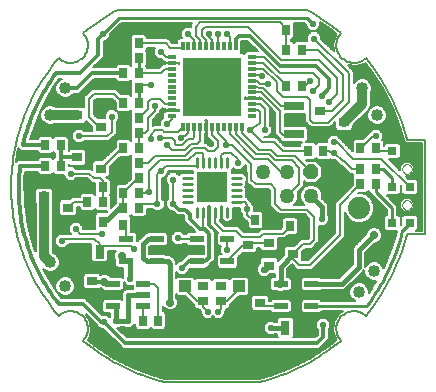
<source format=gtl>
G75*
%MOIN*%
%OFA0B0*%
%FSLAX24Y24*%
%IPPOS*%
%LPD*%
%AMOC8*
5,1,8,0,0,1.08239X$1,22.5*
%
%ADD10R,0.1969X0.1969*%
%ADD11R,0.0118X0.0315*%
%ADD12R,0.0315X0.0118*%
%ADD13R,0.0669X0.0276*%
%ADD14R,0.0354X0.0276*%
%ADD15R,0.0276X0.0354*%
%ADD16C,0.0100*%
%ADD17R,0.1030X0.1030*%
%ADD18R,0.0315X0.0315*%
%ADD19R,0.0472X0.0217*%
%ADD20R,0.0350X0.0310*%
%ADD21R,0.0315X0.0472*%
%ADD22R,0.0472X0.0236*%
%ADD23C,0.0500*%
%ADD24C,0.0490*%
%ADD25C,0.0472*%
%ADD26R,0.0394X0.0394*%
%ADD27C,0.0000*%
%ADD28C,0.0050*%
%ADD29OC8,0.0500*%
%ADD30C,0.0740*%
%ADD31C,0.0400*%
%ADD32C,0.0160*%
%ADD33C,0.0280*%
%ADD34C,0.0080*%
%ADD35C,0.0220*%
%ADD36C,0.0340*%
%ADD37C,0.0120*%
%ADD38C,0.0320*%
D10*
X024731Y028081D03*
D11*
X024731Y026743D03*
X024534Y026743D03*
X024338Y026743D03*
X024141Y026743D03*
X023944Y026743D03*
X023747Y026743D03*
X024928Y026743D03*
X025125Y026743D03*
X025322Y026743D03*
X025519Y026743D03*
X025716Y026743D03*
X025716Y029420D03*
X025519Y029420D03*
X025322Y029420D03*
X025125Y029420D03*
X024928Y029420D03*
X024731Y029420D03*
X024534Y029420D03*
X024338Y029420D03*
X024141Y029420D03*
X023944Y029420D03*
X023747Y029420D03*
D12*
X023393Y029066D03*
X023393Y028869D03*
X023393Y028672D03*
X023393Y028475D03*
X023393Y028278D03*
X023393Y028081D03*
X023393Y027884D03*
X023393Y027688D03*
X023393Y027491D03*
X023393Y027294D03*
X023393Y027097D03*
X026070Y027097D03*
X026070Y027294D03*
X026070Y027491D03*
X026070Y027688D03*
X026070Y027884D03*
X026070Y028081D03*
X026070Y028278D03*
X026070Y028475D03*
X026070Y028672D03*
X026070Y028869D03*
X026070Y029066D03*
D13*
X027463Y027435D03*
X027463Y026962D03*
X027463Y026490D03*
D14*
X025931Y022787D03*
X025931Y022275D03*
X026331Y021387D03*
X026331Y020875D03*
X025031Y020925D03*
X025031Y021437D03*
X024431Y021437D03*
X024431Y020925D03*
X020731Y021075D03*
X020731Y021587D03*
D15*
X020575Y023581D03*
X021087Y023581D03*
X021087Y024231D03*
X020575Y024231D03*
X020575Y024731D03*
X021087Y024731D03*
X021775Y024531D03*
X021775Y024031D03*
X022287Y024031D03*
X022287Y024531D03*
X022287Y025031D03*
X022287Y025531D03*
X022287Y026031D03*
X022287Y026531D03*
X022287Y027031D03*
X022287Y027531D03*
X022287Y028031D03*
X022287Y028531D03*
X022287Y029031D03*
X022287Y029531D03*
X021775Y029531D03*
X021775Y029031D03*
X021775Y028531D03*
X021775Y028031D03*
X021775Y027531D03*
X021775Y027031D03*
X021775Y026531D03*
X021775Y026031D03*
X021775Y025531D03*
X021775Y025031D03*
X021775Y023481D03*
X022287Y023481D03*
X022425Y020281D03*
X022937Y020281D03*
X026175Y023631D03*
X026687Y023631D03*
X027325Y023431D03*
X027837Y023431D03*
X029675Y024831D03*
X029675Y025331D03*
X029675Y026031D03*
X030187Y026031D03*
X030187Y025331D03*
X030187Y024831D03*
X028437Y025931D03*
X027925Y025931D03*
X027719Y028112D03*
X027207Y028112D03*
X027207Y029312D03*
X027719Y029312D03*
X027719Y029962D03*
X027207Y029962D03*
X019687Y026131D03*
X019175Y026131D03*
X019175Y025431D03*
X019687Y025431D03*
D16*
X022287Y027531D02*
X022287Y027731D01*
X022287Y027831D01*
X022287Y028031D01*
X022287Y028531D02*
X022287Y029031D01*
X021081Y029831D02*
X021631Y030381D01*
X027881Y030381D01*
X028081Y030181D01*
X030187Y025331D02*
X030431Y025331D01*
X030735Y025027D01*
X030735Y024731D01*
X030731Y024735D01*
X030187Y024831D02*
X030187Y024575D01*
X030736Y024027D01*
X030736Y023531D01*
X031077Y023281D02*
X031327Y023531D01*
X029881Y020781D02*
X029857Y020757D01*
X028043Y020757D01*
X025238Y023746D02*
X025238Y024046D01*
X025038Y024046D02*
X025038Y023746D01*
X024841Y023746D02*
X024841Y024046D01*
X024630Y024046D02*
X024630Y023746D01*
X024431Y023746D02*
X024431Y024046D01*
X024233Y024046D02*
X024233Y023746D01*
X024068Y024221D02*
X023768Y024221D01*
X023768Y024419D02*
X024068Y024419D01*
X024068Y024618D02*
X023768Y024618D01*
X023768Y024829D02*
X024068Y024829D01*
X024068Y025026D02*
X023768Y025026D01*
X023768Y025226D02*
X024068Y025226D01*
X024233Y025401D02*
X024233Y025701D01*
X024431Y025701D02*
X024431Y025401D01*
X024630Y025401D02*
X024630Y025701D01*
X024841Y025701D02*
X024841Y025401D01*
X025038Y025401D02*
X025038Y025701D01*
X025238Y025701D02*
X025238Y025401D01*
X025403Y025226D02*
X025703Y025226D01*
X025703Y025026D02*
X025403Y025026D01*
X025403Y024829D02*
X025703Y024829D01*
X025703Y024618D02*
X025403Y024618D01*
X025403Y024419D02*
X025703Y024419D01*
X025703Y024221D02*
X025403Y024221D01*
X029881Y020782D02*
X029979Y020914D01*
X030074Y021047D01*
X030166Y021184D01*
X030254Y021322D01*
X030339Y021462D01*
X030421Y021605D01*
X030499Y021749D01*
X030573Y021896D01*
X030644Y022044D01*
X030711Y022194D01*
X030775Y022345D01*
X030834Y022498D01*
X030890Y022652D01*
X030943Y022808D01*
X030991Y022965D01*
X031036Y023123D01*
X031076Y023282D01*
D17*
X024739Y024727D03*
D18*
X030735Y024731D03*
X031326Y024731D03*
X031327Y023531D03*
X030736Y023531D03*
X030736Y025931D03*
X031327Y025931D03*
D19*
X028043Y021505D03*
X028043Y021131D03*
X028043Y020757D03*
X027019Y020757D03*
X027019Y021505D03*
X022893Y022257D03*
X022893Y022631D03*
X022893Y023005D03*
X021869Y023005D03*
X021869Y022257D03*
X021419Y021505D03*
X021419Y021131D03*
X021419Y020757D03*
X022443Y020757D03*
X022443Y021131D03*
X022443Y021505D03*
D20*
X019931Y024041D03*
X019931Y024801D03*
X019131Y024421D03*
X020231Y025721D03*
X021031Y025341D03*
X021031Y026101D03*
X021031Y026741D03*
X021031Y027501D03*
X020231Y027121D03*
X026631Y022871D03*
X026631Y022111D03*
X027431Y022491D03*
X028331Y026511D03*
X029131Y026891D03*
X028331Y027271D03*
D21*
X027886Y020031D03*
X027177Y020031D03*
X020986Y022581D03*
X020277Y022581D03*
D22*
X024217Y022631D03*
X024217Y022257D03*
X024217Y023005D03*
X025245Y023005D03*
X025245Y022257D03*
D23*
X025761Y020041D03*
X026431Y024431D03*
X026431Y025231D03*
X027231Y025231D03*
X027231Y024431D03*
X028031Y024431D03*
D24*
X025661Y020041D03*
X023801Y020041D03*
X023701Y020041D03*
D25*
X023351Y019081D03*
X023351Y018881D03*
X026111Y018881D03*
X026111Y019081D03*
D26*
X025631Y020638D03*
X025631Y021425D03*
X023831Y021425D03*
X023831Y020638D03*
D27*
X031067Y024131D02*
X031069Y024156D01*
X031075Y024180D01*
X031084Y024204D01*
X031098Y024225D01*
X031114Y024244D01*
X031133Y024260D01*
X031154Y024274D01*
X031178Y024283D01*
X031202Y024289D01*
X031227Y024291D01*
X031252Y024289D01*
X031276Y024283D01*
X031300Y024274D01*
X031321Y024260D01*
X031340Y024244D01*
X031356Y024225D01*
X031370Y024204D01*
X031379Y024180D01*
X031385Y024156D01*
X031387Y024131D01*
X031385Y024106D01*
X031379Y024082D01*
X031370Y024058D01*
X031356Y024037D01*
X031340Y024018D01*
X031321Y024002D01*
X031300Y023988D01*
X031276Y023979D01*
X031252Y023973D01*
X031227Y023971D01*
X031202Y023973D01*
X031178Y023979D01*
X031154Y023988D01*
X031133Y024002D01*
X031114Y024018D01*
X031098Y024037D01*
X031084Y024058D01*
X031075Y024082D01*
X031069Y024106D01*
X031067Y024131D01*
X031067Y025331D02*
X031069Y025356D01*
X031075Y025380D01*
X031084Y025404D01*
X031098Y025425D01*
X031114Y025444D01*
X031133Y025460D01*
X031154Y025474D01*
X031178Y025483D01*
X031202Y025489D01*
X031227Y025491D01*
X031252Y025489D01*
X031276Y025483D01*
X031300Y025474D01*
X031321Y025460D01*
X031340Y025444D01*
X031356Y025425D01*
X031370Y025404D01*
X031379Y025380D01*
X031385Y025356D01*
X031387Y025331D01*
X031385Y025306D01*
X031379Y025282D01*
X031370Y025258D01*
X031356Y025237D01*
X031340Y025218D01*
X031321Y025202D01*
X031300Y025188D01*
X031276Y025179D01*
X031252Y025173D01*
X031227Y025171D01*
X031202Y025173D01*
X031178Y025179D01*
X031154Y025188D01*
X031133Y025202D01*
X031114Y025218D01*
X031098Y025237D01*
X031084Y025258D01*
X031075Y025282D01*
X031069Y025306D01*
X031067Y025331D01*
D28*
X020440Y019613D02*
X020470Y019649D01*
X020497Y019688D01*
X020521Y019728D01*
X020542Y019770D01*
X020559Y019814D01*
X020573Y019858D01*
X020583Y019904D01*
X020589Y019951D01*
X020592Y019997D01*
X020591Y020044D01*
X020586Y020091D01*
X020577Y020137D01*
X020565Y020182D01*
X020549Y020226D01*
X020530Y020269D01*
X020507Y020310D01*
X020481Y020349D01*
X020452Y020386D01*
X020421Y020421D01*
X020386Y020452D01*
X020349Y020481D01*
X020310Y020507D01*
X020269Y020530D01*
X020226Y020549D01*
X020182Y020565D01*
X020137Y020577D01*
X020091Y020586D01*
X020044Y020591D01*
X019997Y020592D01*
X019951Y020589D01*
X019904Y020583D01*
X019858Y020573D01*
X019814Y020559D01*
X019770Y020542D01*
X019728Y020521D01*
X019688Y020497D01*
X019649Y020470D01*
X019613Y020440D01*
X019724Y021016D02*
X019537Y021265D01*
X019126Y021943D01*
X019101Y022002D01*
X019147Y021956D01*
X019267Y021906D01*
X019396Y021906D01*
X019515Y021956D01*
X019607Y022047D01*
X019656Y022167D01*
X019656Y022296D01*
X019607Y022415D01*
X019515Y022507D01*
X019419Y022547D01*
X019416Y022549D01*
X019416Y024200D01*
X019431Y024215D01*
X019431Y024628D01*
X019358Y024701D01*
X019200Y024701D01*
X019188Y024706D01*
X019075Y024706D01*
X019063Y024701D01*
X018905Y024701D01*
X018831Y024628D01*
X018831Y024215D01*
X018846Y024200D01*
X018846Y022589D01*
X018811Y022671D01*
X018595Y023434D01*
X018483Y024220D01*
X018478Y025013D01*
X018500Y025246D01*
X018913Y025246D01*
X018913Y025202D01*
X018986Y025129D01*
X019365Y025129D01*
X019431Y025195D01*
X019498Y025129D01*
X019796Y025129D01*
X019796Y025084D01*
X019934Y024946D01*
X020129Y024946D01*
X020199Y025016D01*
X020563Y025016D01*
X020713Y024866D01*
X020824Y024866D01*
X020824Y024502D01*
X020845Y024481D01*
X020831Y024467D01*
X020765Y024533D01*
X020386Y024533D01*
X020313Y024460D01*
X020313Y024396D01*
X020053Y024396D01*
X019978Y024321D01*
X019705Y024321D01*
X019631Y024248D01*
X019631Y023835D01*
X019705Y023761D01*
X020158Y023761D01*
X020231Y023835D01*
X020231Y024066D01*
X020313Y024066D01*
X020313Y024002D01*
X020386Y023929D01*
X020765Y023929D01*
X020831Y023995D01*
X020898Y023929D01*
X021239Y023929D01*
X021194Y023883D01*
X020898Y023883D01*
X020824Y023810D01*
X020207Y023810D01*
X020231Y023858D02*
X020872Y023858D01*
X020824Y023810D02*
X020824Y023352D01*
X020830Y023346D01*
X020416Y023346D01*
X020416Y023429D01*
X020279Y023566D01*
X020084Y023566D01*
X019946Y023429D01*
X019946Y023234D01*
X020014Y023166D01*
X019634Y023166D01*
X019496Y023029D01*
X019496Y022834D01*
X019634Y022696D01*
X019829Y022696D01*
X019966Y022834D01*
X019966Y022836D01*
X020703Y022836D01*
X020703Y022293D01*
X020776Y022220D01*
X021195Y022220D01*
X021268Y022293D01*
X021268Y022606D01*
X021532Y022606D01*
X021507Y022581D01*
X021466Y022484D01*
X021466Y022379D01*
X021507Y022281D01*
X021508Y022280D01*
X021508Y022097D01*
X021581Y022024D01*
X021776Y022024D01*
X021776Y021809D01*
X021746Y021779D01*
X021746Y021700D01*
X021707Y021739D01*
X021349Y021739D01*
X021281Y021806D01*
X021184Y021846D01*
X021079Y021846D01*
X020998Y021813D01*
X020960Y021850D01*
X020502Y021850D01*
X020429Y021777D01*
X020429Y021398D01*
X020502Y021324D01*
X020960Y021324D01*
X020989Y021353D01*
X021079Y021316D01*
X021087Y021316D01*
X021131Y021272D01*
X021707Y021272D01*
X021781Y021345D01*
X021781Y021550D01*
X021884Y021446D01*
X022079Y021446D01*
X022082Y021450D01*
X022082Y021345D01*
X022091Y021336D01*
X021846Y021336D01*
X021772Y021336D01*
X021781Y021385D02*
X022082Y021385D01*
X022082Y021433D02*
X021781Y021433D01*
X021781Y021482D02*
X021848Y021482D01*
X021800Y021530D02*
X021781Y021530D01*
X021746Y021724D02*
X021722Y021724D01*
X021746Y021773D02*
X021315Y021773D01*
X021244Y021821D02*
X021776Y021821D01*
X021776Y021870D02*
X019171Y021870D01*
X019142Y021918D02*
X019238Y021918D01*
X019200Y021821D02*
X020474Y021821D01*
X020429Y021773D02*
X019230Y021773D01*
X019259Y021724D02*
X019689Y021724D01*
X019647Y021707D02*
X019556Y021615D01*
X019506Y021496D01*
X019506Y021367D01*
X019556Y021247D01*
X019647Y021156D01*
X019767Y021106D01*
X019896Y021106D01*
X020015Y021156D01*
X020107Y021247D01*
X020156Y021367D01*
X020156Y021496D01*
X020107Y021615D01*
X020015Y021707D01*
X019896Y021756D01*
X019767Y021756D01*
X019647Y021707D01*
X019616Y021676D02*
X019288Y021676D01*
X019318Y021627D02*
X019568Y021627D01*
X019541Y021579D02*
X019347Y021579D01*
X019376Y021530D02*
X019521Y021530D01*
X019506Y021482D02*
X019406Y021482D01*
X019435Y021433D02*
X019506Y021433D01*
X019506Y021385D02*
X019464Y021385D01*
X019494Y021336D02*
X019519Y021336D01*
X019523Y021288D02*
X019539Y021288D01*
X019556Y021239D02*
X019564Y021239D01*
X019592Y021191D02*
X019612Y021191D01*
X019629Y021142D02*
X019680Y021142D01*
X019665Y021094D02*
X021726Y021094D01*
X021726Y021142D02*
X019983Y021142D01*
X020050Y021191D02*
X021726Y021191D01*
X021726Y021216D02*
X021726Y020972D01*
X021707Y020991D01*
X021131Y020991D01*
X021058Y020917D01*
X021058Y020597D01*
X021131Y020524D01*
X021326Y020524D01*
X021326Y020409D01*
X021306Y020389D01*
X021229Y020466D01*
X021058Y020466D01*
X020508Y021016D01*
X019724Y021016D01*
X019702Y021045D02*
X021726Y021045D01*
X021726Y020997D02*
X020527Y020997D01*
X020576Y020948D02*
X021089Y020948D01*
X021058Y020900D02*
X020624Y020900D01*
X020673Y020851D02*
X021058Y020851D01*
X021058Y020803D02*
X020721Y020803D01*
X020770Y020754D02*
X021058Y020754D01*
X021058Y020706D02*
X020818Y020706D01*
X020867Y020657D02*
X021058Y020657D01*
X021058Y020609D02*
X020915Y020609D01*
X020964Y020560D02*
X021095Y020560D01*
X021012Y020512D02*
X021326Y020512D01*
X021326Y020463D02*
X021232Y020463D01*
X021280Y020415D02*
X021326Y020415D01*
X021578Y020046D02*
X021629Y020046D01*
X021659Y020076D01*
X021804Y020076D01*
X021834Y020046D01*
X022029Y020046D01*
X022163Y020180D01*
X022163Y020052D01*
X022236Y019979D01*
X022615Y019979D01*
X022681Y020045D01*
X022748Y019979D01*
X023127Y019979D01*
X023200Y020052D01*
X023200Y020510D01*
X023127Y020583D01*
X023096Y020583D01*
X023096Y020756D01*
X023107Y020731D01*
X023181Y020657D01*
X023279Y020616D01*
X023384Y020616D01*
X023481Y020657D01*
X023556Y020731D01*
X023596Y020829D01*
X023596Y020934D01*
X023556Y021031D01*
X023536Y021051D01*
X023536Y021150D01*
X023583Y021103D01*
X023826Y021103D01*
X024072Y020857D01*
X024129Y020800D01*
X024129Y020736D01*
X024202Y020663D01*
X024267Y020663D01*
X024346Y020583D01*
X024346Y020484D01*
X024484Y020346D01*
X024679Y020346D01*
X024756Y020424D01*
X024834Y020346D01*
X025029Y020346D01*
X025166Y020484D01*
X025166Y020583D01*
X025196Y020613D01*
X025196Y020663D01*
X025260Y020663D01*
X025333Y020736D01*
X025333Y020800D01*
X025636Y021103D01*
X025880Y021103D01*
X025953Y021176D01*
X025953Y021674D01*
X025880Y021747D01*
X025383Y021747D01*
X025309Y021674D01*
X025309Y021651D01*
X025260Y021700D01*
X024802Y021700D01*
X024731Y021629D01*
X024660Y021700D01*
X024202Y021700D01*
X024153Y021651D01*
X024153Y021674D01*
X024080Y021747D01*
X023583Y021747D01*
X023536Y021700D01*
X023536Y021894D01*
X023634Y021796D01*
X023829Y021796D01*
X023966Y021934D01*
X023966Y022005D01*
X023976Y022014D01*
X024505Y022014D01*
X024563Y022072D01*
X024584Y022072D01*
X024708Y022196D01*
X024816Y022305D01*
X024816Y023258D01*
X024596Y023478D01*
X024596Y023664D01*
X024606Y023674D01*
X024606Y024087D01*
X024666Y024087D01*
X024666Y023674D01*
X024676Y023664D01*
X024676Y023459D01*
X024921Y023213D01*
X024922Y023213D01*
X024884Y023175D01*
X024884Y022835D01*
X024957Y022762D01*
X025030Y022762D01*
X025010Y022743D01*
X025010Y022548D01*
X025058Y022500D01*
X024957Y022500D01*
X024816Y022500D01*
X024816Y022452D02*
X024909Y022452D01*
X024884Y022427D02*
X024884Y022087D01*
X024957Y022014D01*
X025533Y022014D01*
X025607Y022087D01*
X025607Y022385D01*
X025746Y022524D01*
X026160Y022524D01*
X026233Y022598D01*
X026233Y022706D01*
X026331Y022706D01*
X026331Y022665D01*
X026405Y022591D01*
X026858Y022591D01*
X026931Y022665D01*
X026931Y023016D01*
X027150Y023016D01*
X027262Y023129D01*
X027515Y023129D01*
X027588Y023202D01*
X027588Y023660D01*
X027515Y023733D01*
X027136Y023733D01*
X027063Y023660D01*
X027063Y023396D01*
X027013Y023346D01*
X026382Y023346D01*
X026438Y023402D01*
X026438Y023860D01*
X026365Y023933D01*
X026141Y023933D01*
X026141Y024104D01*
X026071Y024174D01*
X026071Y024202D01*
X025975Y024299D01*
X025888Y024386D01*
X025878Y024386D01*
X025878Y024492D01*
X025851Y024519D01*
X025878Y024546D01*
X025878Y024691D01*
X025845Y024723D01*
X025878Y024756D01*
X025878Y024901D01*
X025851Y024928D01*
X025866Y024943D01*
X025866Y024913D01*
X026016Y024763D01*
X026113Y024666D01*
X026613Y024666D01*
X026666Y024613D01*
X026666Y024113D01*
X026866Y023913D01*
X026963Y023816D01*
X027813Y023816D01*
X027966Y023663D01*
X027966Y023050D01*
X027913Y022996D01*
X027703Y022996D01*
X027606Y022900D01*
X027478Y022771D01*
X027205Y022771D01*
X027131Y022698D01*
X027131Y022481D01*
X026931Y022281D01*
X026931Y022318D01*
X026858Y022391D01*
X026405Y022391D01*
X026331Y022318D01*
X026331Y022194D01*
X026216Y022079D01*
X026216Y021884D01*
X026354Y021746D01*
X026549Y021746D01*
X026579Y021776D01*
X026586Y021776D01*
X026641Y021831D01*
X026814Y021831D01*
X026814Y021739D01*
X026731Y021739D01*
X026658Y021665D01*
X026658Y021345D01*
X026731Y021272D01*
X026876Y021272D01*
X026953Y021240D01*
X027058Y021240D01*
X027135Y021272D01*
X027307Y021272D01*
X027381Y021345D01*
X027381Y021665D01*
X027307Y021739D01*
X027224Y021739D01*
X027224Y021995D01*
X027380Y022150D01*
X027563Y021966D01*
X028050Y021966D01*
X028146Y022063D01*
X029146Y023063D01*
X029146Y023909D01*
X029212Y023751D01*
X029351Y023612D01*
X029533Y023536D01*
X029730Y023536D01*
X029912Y023612D01*
X030051Y023751D01*
X030126Y023933D01*
X030126Y024130D01*
X030051Y024312D01*
X029912Y024451D01*
X029730Y024526D01*
X029604Y024526D01*
X029607Y024529D01*
X029865Y024529D01*
X029931Y024595D01*
X029998Y024529D01*
X030012Y024529D01*
X030012Y024503D01*
X030561Y023954D01*
X030561Y023814D01*
X030527Y023814D01*
X030454Y023741D01*
X030454Y023322D01*
X030527Y023249D01*
X030886Y023249D01*
X030784Y022886D01*
X030451Y022044D01*
X030443Y022029D01*
X030407Y022115D01*
X030315Y022207D01*
X030196Y022256D01*
X030067Y022256D01*
X029947Y022207D01*
X029856Y022115D01*
X029836Y022068D01*
X029836Y022546D01*
X030156Y022866D01*
X030184Y022866D01*
X030281Y022907D01*
X030356Y022981D01*
X030396Y023079D01*
X030396Y023184D01*
X030356Y023281D01*
X030281Y023356D01*
X030184Y023396D01*
X030079Y023396D01*
X029981Y023356D01*
X029907Y023281D01*
X029866Y023184D01*
X029866Y023156D01*
X029426Y022716D01*
X029426Y022166D01*
X028970Y021710D01*
X028359Y021710D01*
X028331Y021739D01*
X027755Y021739D01*
X027682Y021665D01*
X027682Y021345D01*
X027755Y021272D01*
X028331Y021272D01*
X028359Y021300D01*
X029140Y021300D01*
X029716Y021876D01*
X029806Y021966D01*
X029806Y021867D01*
X029856Y021747D01*
X029947Y021656D01*
X030067Y021606D01*
X030196Y021606D01*
X030205Y021610D01*
X030005Y021257D01*
X029956Y021188D01*
X029956Y021296D01*
X029907Y021415D01*
X029815Y021507D01*
X029696Y021556D01*
X029567Y021556D01*
X029447Y021507D01*
X029356Y021415D01*
X029306Y021296D01*
X029306Y021167D01*
X029356Y021047D01*
X029447Y020956D01*
X029504Y020932D01*
X028389Y020932D01*
X028331Y020991D01*
X027755Y020991D01*
X027682Y020917D01*
X027682Y020597D01*
X027755Y020524D01*
X028331Y020524D01*
X028389Y020582D01*
X029083Y020582D01*
X028959Y020503D01*
X028796Y020248D01*
X028756Y019947D01*
X028847Y019658D01*
X028877Y019624D01*
X028663Y019451D01*
X028034Y019031D01*
X027360Y018689D01*
X026649Y018430D01*
X026293Y018335D01*
X023169Y018335D01*
X022813Y018429D01*
X022102Y018688D01*
X021428Y019030D01*
X020799Y019451D01*
X020585Y019624D01*
X020616Y019658D01*
X020706Y019947D01*
X020666Y020248D01*
X020513Y020488D01*
X020846Y020155D01*
X020955Y020046D01*
X020984Y020046D01*
X021034Y019996D01*
X021105Y019996D01*
X021646Y019455D01*
X021755Y019346D01*
X028308Y019346D01*
X028508Y019546D01*
X028616Y019655D01*
X028616Y019984D01*
X028666Y020034D01*
X028666Y020229D01*
X028529Y020366D01*
X028872Y020366D01*
X028841Y020318D02*
X028577Y020318D01*
X028529Y020366D02*
X028334Y020366D01*
X027412Y020366D01*
X027386Y020393D02*
X026968Y020393D01*
X026894Y020319D01*
X026894Y020236D01*
X026809Y020236D01*
X026779Y020266D01*
X026584Y020266D01*
X026446Y020129D01*
X026446Y019934D01*
X026584Y019796D01*
X026779Y019796D01*
X026809Y019826D01*
X026894Y019826D01*
X026894Y019743D01*
X026921Y019716D01*
X021908Y019716D01*
X021578Y020046D01*
X021597Y020027D02*
X022188Y020027D01*
X022163Y020075D02*
X022058Y020075D01*
X022106Y020124D02*
X022163Y020124D01*
X022155Y020172D02*
X022163Y020172D01*
X021805Y020075D02*
X021658Y020075D01*
X021646Y019978D02*
X026446Y019978D01*
X026450Y019930D02*
X021694Y019930D01*
X021743Y019881D02*
X026499Y019881D01*
X026547Y019833D02*
X021791Y019833D01*
X021840Y019784D02*
X026894Y019784D01*
X026902Y019736D02*
X021888Y019736D01*
X021608Y019493D02*
X020747Y019493D01*
X020687Y019542D02*
X021559Y019542D01*
X021511Y019590D02*
X020627Y019590D01*
X020598Y019639D02*
X021462Y019639D01*
X021414Y019687D02*
X020625Y019687D01*
X020616Y019658D02*
X020616Y019658D01*
X020640Y019736D02*
X021365Y019736D01*
X021317Y019784D02*
X020655Y019784D01*
X020670Y019833D02*
X021268Y019833D01*
X021220Y019881D02*
X020686Y019881D01*
X020701Y019930D02*
X021171Y019930D01*
X021123Y019978D02*
X020702Y019978D01*
X020696Y020027D02*
X021003Y020027D01*
X020926Y020075D02*
X020689Y020075D01*
X020683Y020124D02*
X020877Y020124D01*
X020829Y020172D02*
X020676Y020172D01*
X020670Y020221D02*
X020780Y020221D01*
X020732Y020269D02*
X020652Y020269D01*
X020666Y020248D02*
X020666Y020248D01*
X020683Y020318D02*
X020621Y020318D01*
X020635Y020366D02*
X020590Y020366D01*
X020586Y020415D02*
X020560Y020415D01*
X020538Y020463D02*
X020529Y020463D01*
X020099Y021239D02*
X021749Y021239D01*
X021726Y021216D02*
X021846Y021336D01*
X021798Y021288D02*
X021723Y021288D01*
X021116Y021288D02*
X020124Y021288D01*
X020144Y021336D02*
X020490Y021336D01*
X020442Y021385D02*
X020156Y021385D01*
X020156Y021433D02*
X020429Y021433D01*
X020429Y021482D02*
X020156Y021482D01*
X020142Y021530D02*
X020429Y021530D01*
X020429Y021579D02*
X020122Y021579D01*
X020095Y021627D02*
X020429Y021627D01*
X020429Y021676D02*
X020046Y021676D01*
X019973Y021724D02*
X020429Y021724D01*
X020989Y021821D02*
X021018Y021821D01*
X021030Y021336D02*
X020972Y021336D01*
X021542Y022064D02*
X019614Y022064D01*
X019634Y022112D02*
X021508Y022112D01*
X021508Y022161D02*
X019654Y022161D01*
X019656Y022209D02*
X021508Y022209D01*
X021508Y022258D02*
X021233Y022258D01*
X021268Y022306D02*
X021496Y022306D01*
X021476Y022355D02*
X021268Y022355D01*
X021268Y022403D02*
X021466Y022403D01*
X021466Y022452D02*
X021268Y022452D01*
X021268Y022500D02*
X021473Y022500D01*
X021493Y022549D02*
X021268Y022549D01*
X021268Y022597D02*
X021523Y022597D01*
X021776Y022015D02*
X019575Y022015D01*
X019526Y021967D02*
X021776Y021967D01*
X021776Y021918D02*
X019425Y021918D01*
X019136Y021967D02*
X019116Y021967D01*
X019656Y022258D02*
X020739Y022258D01*
X020703Y022306D02*
X019652Y022306D01*
X019632Y022355D02*
X020703Y022355D01*
X020703Y022403D02*
X019612Y022403D01*
X019570Y022452D02*
X020703Y022452D01*
X020703Y022500D02*
X019522Y022500D01*
X019417Y022549D02*
X020703Y022549D01*
X020703Y022597D02*
X019416Y022597D01*
X019416Y022646D02*
X020703Y022646D01*
X020703Y022694D02*
X019416Y022694D01*
X019416Y022743D02*
X019587Y022743D01*
X019539Y022791D02*
X019416Y022791D01*
X019416Y022840D02*
X019496Y022840D01*
X019496Y022888D02*
X019416Y022888D01*
X019416Y022937D02*
X019496Y022937D01*
X019496Y022985D02*
X019416Y022985D01*
X019416Y023034D02*
X019501Y023034D01*
X019550Y023082D02*
X019416Y023082D01*
X019416Y023131D02*
X019598Y023131D01*
X019416Y023179D02*
X020001Y023179D01*
X019952Y023228D02*
X019416Y023228D01*
X019416Y023276D02*
X019946Y023276D01*
X019946Y023325D02*
X019416Y023325D01*
X019416Y023373D02*
X019946Y023373D01*
X019946Y023422D02*
X019416Y023422D01*
X019416Y023470D02*
X019988Y023470D01*
X020036Y023519D02*
X019416Y023519D01*
X019416Y023567D02*
X020824Y023567D01*
X020824Y023519D02*
X020326Y023519D01*
X020375Y023470D02*
X020824Y023470D01*
X020824Y023422D02*
X020416Y023422D01*
X020416Y023373D02*
X020824Y023373D01*
X020824Y023616D02*
X019416Y023616D01*
X019416Y023664D02*
X020824Y023664D01*
X020824Y023713D02*
X019416Y023713D01*
X019416Y023761D02*
X020824Y023761D01*
X020791Y023955D02*
X020871Y023955D01*
X021217Y023907D02*
X020231Y023907D01*
X020231Y023955D02*
X020360Y023955D01*
X020313Y024004D02*
X020231Y024004D01*
X020231Y024052D02*
X020313Y024052D01*
X020313Y024440D02*
X019431Y024440D01*
X019431Y024392D02*
X020048Y024392D01*
X020000Y024343D02*
X019431Y024343D01*
X019431Y024295D02*
X019678Y024295D01*
X019631Y024246D02*
X019431Y024246D01*
X019416Y024198D02*
X019631Y024198D01*
X019631Y024149D02*
X019416Y024149D01*
X019416Y024101D02*
X019631Y024101D01*
X019631Y024052D02*
X019416Y024052D01*
X019416Y024004D02*
X019631Y024004D01*
X019631Y023955D02*
X019416Y023955D01*
X019416Y023907D02*
X019631Y023907D01*
X019631Y023858D02*
X019416Y023858D01*
X019416Y023810D02*
X019656Y023810D01*
X019431Y024489D02*
X020341Y024489D01*
X020810Y024489D02*
X020838Y024489D01*
X020824Y024537D02*
X019431Y024537D01*
X019431Y024586D02*
X020824Y024586D01*
X020824Y024634D02*
X019425Y024634D01*
X019377Y024683D02*
X020824Y024683D01*
X020824Y024731D02*
X018480Y024731D01*
X018480Y024683D02*
X018886Y024683D01*
X018838Y024634D02*
X018480Y024634D01*
X018481Y024586D02*
X018831Y024586D01*
X018831Y024537D02*
X018481Y024537D01*
X018481Y024489D02*
X018831Y024489D01*
X018831Y024440D02*
X018482Y024440D01*
X018482Y024392D02*
X018831Y024392D01*
X018831Y024343D02*
X018482Y024343D01*
X018483Y024295D02*
X018831Y024295D01*
X018831Y024246D02*
X018483Y024246D01*
X018486Y024198D02*
X018846Y024198D01*
X018846Y024149D02*
X018493Y024149D01*
X018500Y024101D02*
X018846Y024101D01*
X018846Y024052D02*
X018507Y024052D01*
X018514Y024004D02*
X018846Y024004D01*
X018846Y023955D02*
X018521Y023955D01*
X018528Y023907D02*
X018846Y023907D01*
X018846Y023858D02*
X018535Y023858D01*
X018541Y023810D02*
X018846Y023810D01*
X018846Y023761D02*
X018548Y023761D01*
X018555Y023713D02*
X018846Y023713D01*
X018846Y023664D02*
X018562Y023664D01*
X018569Y023616D02*
X018846Y023616D01*
X018846Y023567D02*
X018576Y023567D01*
X018583Y023519D02*
X018846Y023519D01*
X018846Y023470D02*
X018590Y023470D01*
X018598Y023422D02*
X018846Y023422D01*
X018846Y023373D02*
X018612Y023373D01*
X018626Y023325D02*
X018846Y023325D01*
X018846Y023276D02*
X018639Y023276D01*
X018653Y023228D02*
X018846Y023228D01*
X018846Y023179D02*
X018667Y023179D01*
X018681Y023131D02*
X018846Y023131D01*
X018846Y023082D02*
X018694Y023082D01*
X018708Y023034D02*
X018846Y023034D01*
X018846Y022985D02*
X018722Y022985D01*
X018735Y022937D02*
X018846Y022937D01*
X018846Y022888D02*
X018749Y022888D01*
X018763Y022840D02*
X018846Y022840D01*
X018846Y022791D02*
X018777Y022791D01*
X018790Y022743D02*
X018846Y022743D01*
X018846Y022694D02*
X018804Y022694D01*
X018821Y022646D02*
X018846Y022646D01*
X018843Y022597D02*
X018846Y022597D01*
X019875Y022743D02*
X020703Y022743D01*
X020703Y022791D02*
X019924Y022791D01*
X021350Y024040D02*
X021350Y024460D01*
X021329Y024481D01*
X021350Y024502D01*
X021350Y024960D01*
X021277Y025033D01*
X021212Y025033D01*
X021185Y025061D01*
X021258Y025061D01*
X021331Y025135D01*
X021331Y025408D01*
X021652Y025729D01*
X021965Y025729D01*
X022031Y025795D01*
X022045Y025781D01*
X022024Y025760D01*
X022024Y025302D01*
X022045Y025281D01*
X022024Y025260D01*
X022024Y025014D01*
X021844Y024833D01*
X021586Y024833D01*
X021513Y024760D01*
X021513Y024302D01*
X021534Y024281D01*
X021513Y024260D01*
X021513Y024203D01*
X021350Y024040D01*
X021350Y024052D02*
X021362Y024052D01*
X021350Y024101D02*
X021411Y024101D01*
X021459Y024149D02*
X021350Y024149D01*
X021350Y024198D02*
X021508Y024198D01*
X021513Y024246D02*
X021350Y024246D01*
X021350Y024295D02*
X021520Y024295D01*
X021513Y024343D02*
X021350Y024343D01*
X021350Y024392D02*
X021513Y024392D01*
X021513Y024440D02*
X021350Y024440D01*
X021336Y024489D02*
X021513Y024489D01*
X021513Y024537D02*
X021350Y024537D01*
X021350Y024586D02*
X021513Y024586D01*
X021513Y024634D02*
X021350Y024634D01*
X021350Y024683D02*
X021513Y024683D01*
X021513Y024731D02*
X021350Y024731D01*
X021350Y024780D02*
X021532Y024780D01*
X021581Y024828D02*
X021350Y024828D01*
X021350Y024877D02*
X021888Y024877D01*
X021936Y024925D02*
X021350Y024925D01*
X021336Y024974D02*
X021985Y024974D01*
X022024Y025022D02*
X021288Y025022D01*
X021268Y025071D02*
X022024Y025071D01*
X022024Y025119D02*
X021316Y025119D01*
X021331Y025168D02*
X022024Y025168D01*
X022024Y025216D02*
X021331Y025216D01*
X021331Y025265D02*
X022029Y025265D01*
X022024Y025313D02*
X021331Y025313D01*
X021331Y025362D02*
X022024Y025362D01*
X022024Y025410D02*
X021334Y025410D01*
X021382Y025459D02*
X022024Y025459D01*
X022024Y025507D02*
X021431Y025507D01*
X021479Y025556D02*
X022024Y025556D01*
X022024Y025604D02*
X021528Y025604D01*
X021576Y025653D02*
X022024Y025653D01*
X022024Y025701D02*
X021625Y025701D01*
X021400Y025944D02*
X020516Y025944D01*
X020531Y025928D02*
X020458Y026001D01*
X020005Y026001D01*
X019950Y025947D01*
X019950Y026360D01*
X019877Y026433D01*
X019498Y026433D01*
X019431Y026367D01*
X019365Y026433D01*
X018986Y026433D01*
X018913Y026360D01*
X018913Y026316D01*
X018671Y026316D01*
X018721Y026506D01*
X019025Y027311D01*
X019437Y028067D01*
X019629Y028346D01*
X019743Y028346D01*
X019647Y028307D01*
X019556Y028215D01*
X019506Y028096D01*
X019506Y027967D01*
X019556Y027847D01*
X019647Y027756D01*
X019767Y027706D01*
X019896Y027706D01*
X020015Y027756D01*
X020106Y027846D01*
X020308Y027846D01*
X020416Y027955D01*
X020808Y028346D01*
X021513Y028346D01*
X021513Y028302D01*
X021586Y028229D01*
X021965Y028229D01*
X022031Y028295D01*
X022045Y028281D01*
X022024Y028260D01*
X022024Y027802D01*
X022045Y027781D01*
X022031Y027767D01*
X021965Y027833D01*
X021707Y027833D01*
X021640Y027900D01*
X021544Y027996D01*
X020713Y027996D01*
X020563Y027846D01*
X020466Y027750D01*
X020466Y027393D01*
X020458Y027401D01*
X020300Y027401D01*
X020288Y027406D01*
X019516Y027406D01*
X019515Y027407D01*
X019396Y027456D01*
X019267Y027456D01*
X019147Y027407D01*
X019056Y027315D01*
X019006Y027196D01*
X019006Y027067D01*
X019056Y026947D01*
X019147Y026856D01*
X019267Y026806D01*
X019396Y026806D01*
X019468Y026836D01*
X020288Y026836D01*
X020300Y026841D01*
X020458Y026841D01*
X020531Y026915D01*
X020531Y026948D01*
X020731Y026748D01*
X020731Y026596D01*
X020449Y026596D01*
X020379Y026666D01*
X020184Y026666D01*
X020046Y026529D01*
X020046Y026334D01*
X020184Y026196D01*
X020379Y026196D01*
X020449Y026266D01*
X021300Y026266D01*
X021396Y026363D01*
X021450Y026416D01*
X021546Y026513D01*
X021546Y026914D01*
X021616Y026984D01*
X021616Y027179D01*
X021479Y027316D01*
X021284Y027316D01*
X021146Y027179D01*
X021146Y027021D01*
X020925Y027021D01*
X020796Y027150D01*
X020796Y027613D01*
X020850Y027666D01*
X021407Y027666D01*
X021513Y027561D01*
X021513Y027302D01*
X021493Y027302D01*
X021513Y027302D02*
X021586Y027229D01*
X021965Y027229D01*
X022031Y027295D01*
X022045Y027281D01*
X022024Y027260D01*
X022024Y026802D01*
X022045Y026781D01*
X022024Y026760D01*
X022024Y026302D01*
X022045Y026281D01*
X022031Y026267D01*
X021965Y026333D01*
X021586Y026333D01*
X021513Y026260D01*
X021513Y026056D01*
X021078Y025621D01*
X020805Y025621D01*
X020731Y025548D01*
X020731Y025315D01*
X020700Y025346D01*
X020199Y025346D01*
X020129Y025416D01*
X019950Y025416D01*
X019950Y025496D01*
X020005Y025441D01*
X020458Y025441D01*
X020531Y025515D01*
X020531Y025928D01*
X020531Y025895D02*
X021352Y025895D01*
X021303Y025847D02*
X020531Y025847D01*
X020531Y025798D02*
X021255Y025798D01*
X021206Y025750D02*
X020531Y025750D01*
X020531Y025701D02*
X021158Y025701D01*
X021109Y025653D02*
X020531Y025653D01*
X020531Y025604D02*
X020788Y025604D01*
X020739Y025556D02*
X020531Y025556D01*
X020524Y025507D02*
X020731Y025507D01*
X020731Y025459D02*
X020476Y025459D01*
X020731Y025410D02*
X020135Y025410D01*
X020183Y025362D02*
X020731Y025362D01*
X020605Y024974D02*
X020156Y024974D01*
X019906Y024974D02*
X018478Y024974D01*
X018479Y025022D02*
X019858Y025022D01*
X019809Y025071D02*
X018483Y025071D01*
X018488Y025119D02*
X019796Y025119D01*
X019459Y025168D02*
X019404Y025168D01*
X018947Y025168D02*
X018492Y025168D01*
X018497Y025216D02*
X018913Y025216D01*
X018913Y025616D02*
X018343Y025616D01*
X018279Y025625D01*
X018268Y025616D01*
X018255Y025616D01*
X018209Y025570D01*
X018202Y025565D01*
X018268Y026032D01*
X018286Y026015D01*
X018316Y025968D01*
X018338Y025963D01*
X018355Y025946D01*
X018411Y025946D01*
X018465Y025934D01*
X018485Y025946D01*
X018913Y025946D01*
X018913Y025902D01*
X018986Y025829D01*
X019365Y025829D01*
X019431Y025895D01*
X019431Y025895D01*
X019498Y025829D01*
X019502Y025829D01*
X019502Y025733D01*
X019498Y025733D01*
X019431Y025667D01*
X019365Y025733D01*
X018986Y025733D01*
X018913Y025660D01*
X018913Y025616D01*
X018913Y025653D02*
X018215Y025653D01*
X018221Y025701D02*
X018954Y025701D01*
X018968Y025847D02*
X018242Y025847D01*
X018249Y025895D02*
X018920Y025895D01*
X018913Y025944D02*
X018481Y025944D01*
X018422Y025944D02*
X018256Y025944D01*
X018263Y025992D02*
X018300Y025992D01*
X018235Y025798D02*
X019502Y025798D01*
X019502Y025750D02*
X018228Y025750D01*
X018243Y025604D02*
X018208Y025604D01*
X018478Y024925D02*
X020654Y024925D01*
X020702Y024877D02*
X018479Y024877D01*
X018479Y024828D02*
X020824Y024828D01*
X020824Y024780D02*
X018479Y024780D01*
X019397Y025701D02*
X019465Y025701D01*
X019480Y025847D02*
X019383Y025847D01*
X019418Y026380D02*
X019444Y026380D01*
X019493Y026429D02*
X019370Y026429D01*
X018981Y026429D02*
X018701Y026429D01*
X018714Y026477D02*
X020046Y026477D01*
X020046Y026429D02*
X019881Y026429D01*
X019930Y026380D02*
X020046Y026380D01*
X020048Y026332D02*
X019950Y026332D01*
X019950Y026283D02*
X020097Y026283D01*
X020145Y026235D02*
X019950Y026235D01*
X019950Y026186D02*
X021513Y026186D01*
X021513Y026138D02*
X019950Y026138D01*
X019950Y026089D02*
X021513Y026089D01*
X021497Y026041D02*
X019950Y026041D01*
X019950Y025992D02*
X019996Y025992D01*
X020467Y025992D02*
X021449Y025992D01*
X021513Y026235D02*
X020417Y026235D01*
X020422Y026623D02*
X020731Y026623D01*
X020731Y026671D02*
X018784Y026671D01*
X018765Y026623D02*
X020140Y026623D01*
X020092Y026574D02*
X018747Y026574D01*
X018729Y026526D02*
X020046Y026526D01*
X020482Y026865D02*
X020614Y026865D01*
X020662Y026817D02*
X019421Y026817D01*
X019241Y026817D02*
X018839Y026817D01*
X018857Y026865D02*
X019138Y026865D01*
X019089Y026914D02*
X018875Y026914D01*
X018894Y026962D02*
X019050Y026962D01*
X019029Y027011D02*
X018912Y027011D01*
X018930Y027059D02*
X019009Y027059D01*
X019006Y027108D02*
X018948Y027108D01*
X018967Y027156D02*
X019006Y027156D01*
X019010Y027205D02*
X018985Y027205D01*
X019003Y027253D02*
X019030Y027253D01*
X019022Y027302D02*
X019050Y027302D01*
X019047Y027350D02*
X019091Y027350D01*
X019073Y027399D02*
X019139Y027399D01*
X019099Y027447D02*
X019245Y027447D01*
X019126Y027496D02*
X020466Y027496D01*
X020466Y027544D02*
X019152Y027544D01*
X019179Y027593D02*
X020466Y027593D01*
X020466Y027641D02*
X019205Y027641D01*
X019231Y027690D02*
X020466Y027690D01*
X020466Y027738D02*
X019973Y027738D01*
X020046Y027787D02*
X020503Y027787D01*
X020552Y027835D02*
X020095Y027835D01*
X020345Y027884D02*
X020600Y027884D01*
X020649Y027932D02*
X020394Y027932D01*
X020442Y027981D02*
X020697Y027981D01*
X020588Y028126D02*
X022024Y028126D01*
X022024Y028078D02*
X020539Y028078D01*
X020491Y028029D02*
X022024Y028029D01*
X022024Y027981D02*
X021559Y027981D01*
X021608Y027932D02*
X022024Y027932D01*
X022024Y027884D02*
X021656Y027884D01*
X021705Y027835D02*
X022024Y027835D01*
X022012Y027787D02*
X022040Y027787D01*
X022024Y028175D02*
X020636Y028175D01*
X020685Y028223D02*
X022024Y028223D01*
X022036Y028272D02*
X022008Y028272D01*
X021543Y028272D02*
X020733Y028272D01*
X020782Y028320D02*
X021513Y028320D01*
X021513Y028716D02*
X020778Y028716D01*
X021008Y028946D01*
X021116Y029055D01*
X021116Y029596D01*
X021179Y029596D01*
X021316Y029734D01*
X021316Y029819D01*
X021704Y030206D01*
X024073Y030206D01*
X024016Y030150D01*
X024016Y030066D01*
X023834Y030066D01*
X023696Y029929D01*
X023696Y029734D01*
X023728Y029702D01*
X023636Y029702D01*
X023563Y029629D01*
X023563Y029546D01*
X023400Y029546D01*
X023250Y029696D01*
X022550Y029696D01*
X022550Y029760D01*
X022477Y029833D01*
X022098Y029833D01*
X022024Y029760D01*
X022024Y029302D01*
X022045Y029281D01*
X022024Y029260D01*
X022024Y028802D01*
X022045Y028781D01*
X022031Y028767D01*
X021965Y028833D01*
X021586Y028833D01*
X021513Y028760D01*
X021513Y028716D01*
X021513Y028757D02*
X020818Y028757D01*
X020867Y028805D02*
X021558Y028805D01*
X021993Y028805D02*
X022024Y028805D01*
X022024Y028854D02*
X020915Y028854D01*
X020964Y028902D02*
X022024Y028902D01*
X022024Y028951D02*
X021012Y028951D01*
X021008Y028946D02*
X021008Y028946D01*
X021061Y028999D02*
X022024Y028999D01*
X022024Y029048D02*
X021109Y029048D01*
X021116Y029096D02*
X022024Y029096D01*
X022024Y029145D02*
X021116Y029145D01*
X021116Y029193D02*
X022024Y029193D01*
X022024Y029242D02*
X021116Y029242D01*
X021116Y029290D02*
X022036Y029290D01*
X022024Y029339D02*
X021116Y029339D01*
X021116Y029387D02*
X022024Y029387D01*
X022024Y029436D02*
X021116Y029436D01*
X021116Y029484D02*
X022024Y029484D01*
X022024Y029533D02*
X021116Y029533D01*
X021116Y029581D02*
X022024Y029581D01*
X022024Y029630D02*
X021212Y029630D01*
X021261Y029678D02*
X022024Y029678D01*
X022024Y029727D02*
X021309Y029727D01*
X021316Y029775D02*
X022039Y029775D01*
X022088Y029824D02*
X021321Y029824D01*
X021370Y029872D02*
X023696Y029872D01*
X023696Y029824D02*
X022486Y029824D01*
X022535Y029775D02*
X023696Y029775D01*
X023703Y029727D02*
X022550Y029727D01*
X022550Y029366D02*
X022834Y029366D01*
X022796Y029329D01*
X022796Y029134D01*
X022934Y028996D01*
X023033Y028996D01*
X023129Y028901D01*
X023164Y028901D01*
X023183Y028881D01*
X023602Y028881D01*
X023622Y028902D01*
X023622Y028836D01*
X023602Y028856D01*
X023183Y028856D01*
X023164Y028837D01*
X023104Y028837D01*
X022963Y028696D01*
X022550Y028696D01*
X022550Y028760D01*
X022529Y028781D01*
X022550Y028802D01*
X022550Y029260D01*
X022529Y029281D01*
X022550Y029302D01*
X022550Y029366D01*
X022550Y029339D02*
X022806Y029339D01*
X022796Y029290D02*
X022538Y029290D01*
X022550Y029242D02*
X022796Y029242D01*
X022796Y029193D02*
X022550Y029193D01*
X022550Y029145D02*
X022796Y029145D01*
X022834Y029096D02*
X022550Y029096D01*
X022550Y029048D02*
X022882Y029048D01*
X022931Y028999D02*
X022550Y028999D01*
X022550Y028951D02*
X023078Y028951D01*
X023127Y028902D02*
X022550Y028902D01*
X022550Y028854D02*
X023181Y028854D01*
X023072Y028805D02*
X022550Y028805D01*
X022550Y028757D02*
X023023Y028757D01*
X022975Y028708D02*
X022550Y028708D01*
X023604Y028854D02*
X023622Y028854D01*
X023563Y029581D02*
X023365Y029581D01*
X023316Y029630D02*
X023564Y029630D01*
X023612Y029678D02*
X023268Y029678D01*
X023696Y029921D02*
X021418Y029921D01*
X021467Y029969D02*
X023737Y029969D01*
X023785Y030018D02*
X021515Y030018D01*
X021564Y030066D02*
X024016Y030066D01*
X024016Y030115D02*
X021612Y030115D01*
X021661Y030163D02*
X024030Y030163D01*
X025704Y029592D02*
X025708Y029596D01*
X025905Y029596D01*
X026251Y029250D01*
X025861Y029250D01*
X025787Y029176D01*
X025787Y029170D01*
X025767Y029191D01*
X025683Y029191D01*
X025703Y029211D01*
X025703Y029342D01*
X025704Y029343D01*
X025704Y029592D01*
X025704Y029581D02*
X025920Y029581D01*
X025968Y029533D02*
X025704Y029533D01*
X025704Y029484D02*
X026017Y029484D01*
X026065Y029436D02*
X025704Y029436D01*
X025704Y029387D02*
X026114Y029387D01*
X026162Y029339D02*
X025703Y029339D01*
X025703Y029290D02*
X026211Y029290D01*
X025853Y029242D02*
X025703Y029242D01*
X025685Y029193D02*
X025804Y029193D01*
X025841Y027720D02*
X025861Y027700D01*
X026279Y027700D01*
X026298Y027719D01*
X026310Y027719D01*
X026374Y027656D01*
X026298Y027656D01*
X026279Y027675D01*
X025861Y027675D01*
X025841Y027655D01*
X025841Y027720D01*
X025841Y027690D02*
X026339Y027690D01*
X026646Y027383D02*
X026816Y027213D01*
X026816Y026513D01*
X027003Y026326D01*
X027003Y026300D01*
X027076Y026227D01*
X027730Y026227D01*
X027663Y026160D01*
X027663Y026096D01*
X027150Y026096D01*
X026850Y026396D01*
X026450Y026396D01*
X026450Y026396D01*
X026579Y026396D01*
X026716Y026534D01*
X026716Y026729D01*
X026646Y026799D01*
X026646Y027383D01*
X026646Y027350D02*
X026679Y027350D01*
X026646Y027302D02*
X026727Y027302D01*
X026776Y027253D02*
X026646Y027253D01*
X026646Y027205D02*
X026816Y027205D01*
X026816Y027156D02*
X026646Y027156D01*
X026646Y027108D02*
X026816Y027108D01*
X026816Y027059D02*
X026646Y027059D01*
X026646Y027011D02*
X026816Y027011D01*
X026816Y026962D02*
X026646Y026962D01*
X026646Y026914D02*
X026816Y026914D01*
X026816Y026865D02*
X026646Y026865D01*
X026646Y026817D02*
X026816Y026817D01*
X026816Y026768D02*
X026677Y026768D01*
X026716Y026720D02*
X026816Y026720D01*
X026816Y026671D02*
X026716Y026671D01*
X026716Y026623D02*
X026816Y026623D01*
X026816Y026574D02*
X026716Y026574D01*
X026708Y026526D02*
X026816Y026526D01*
X026852Y026477D02*
X026660Y026477D01*
X026611Y026429D02*
X026900Y026429D01*
X026866Y026380D02*
X026949Y026380D01*
X026914Y026332D02*
X026997Y026332D01*
X027020Y026283D02*
X026963Y026283D01*
X027011Y026235D02*
X027069Y026235D01*
X027060Y026186D02*
X027689Y026186D01*
X027663Y026138D02*
X027108Y026138D01*
X027146Y026753D02*
X027146Y027172D01*
X027816Y027172D01*
X027816Y026913D01*
X027913Y026816D01*
X027916Y026813D01*
X028013Y026716D01*
X028650Y026716D01*
X028746Y026813D01*
X028831Y026898D01*
X028831Y026685D01*
X028905Y026611D01*
X029063Y026611D01*
X029075Y026606D01*
X029188Y026606D01*
X029200Y026611D01*
X029358Y026611D01*
X029431Y026685D01*
X029431Y026788D01*
X029954Y027311D01*
X029906Y027196D01*
X029906Y027067D01*
X029956Y026947D01*
X030047Y026856D01*
X030167Y026806D01*
X030296Y026806D01*
X030415Y026856D01*
X030507Y026947D01*
X030556Y027067D01*
X030556Y027196D01*
X030507Y027315D01*
X030415Y027407D01*
X030296Y027456D01*
X030167Y027456D01*
X030047Y027407D01*
X029975Y027334D01*
X030016Y027435D01*
X030016Y027870D01*
X030056Y027967D01*
X030056Y028096D01*
X030007Y028215D01*
X029915Y028307D01*
X029796Y028356D01*
X029667Y028356D01*
X029547Y028307D01*
X029456Y028215D01*
X029446Y028193D01*
X029446Y028600D01*
X029350Y028696D01*
X029255Y028791D01*
X029515Y028756D01*
X029805Y028847D01*
X029837Y028876D01*
X030005Y028661D01*
X030419Y028028D01*
X030762Y027354D01*
X031027Y026645D01*
X031127Y026292D01*
X031127Y026265D01*
X031137Y026255D01*
X031141Y026241D01*
X031165Y026227D01*
X031186Y026206D01*
X031200Y026206D01*
X031212Y026199D01*
X031240Y026206D01*
X031718Y026206D01*
X031718Y023256D01*
X031544Y023256D01*
X031609Y023322D01*
X031609Y023741D01*
X031536Y023814D01*
X031117Y023814D01*
X031044Y023741D01*
X031044Y023496D01*
X031019Y023471D01*
X031019Y023741D01*
X030945Y023814D01*
X030911Y023814D01*
X030911Y024099D01*
X030809Y024202D01*
X030561Y024449D01*
X030944Y024449D01*
X031018Y024522D01*
X031018Y024806D01*
X031043Y024780D01*
X031018Y024780D01*
X031043Y024780D02*
X031043Y024522D01*
X031117Y024449D01*
X031535Y024449D01*
X031608Y024522D01*
X031608Y024941D01*
X031535Y025014D01*
X031277Y025014D01*
X031194Y025096D01*
X031325Y025096D01*
X031462Y025234D01*
X031462Y025429D01*
X031325Y025566D01*
X031130Y025566D01*
X030992Y025429D01*
X030992Y025298D01*
X030642Y025649D01*
X030945Y025649D01*
X031019Y025722D01*
X031019Y026141D01*
X030945Y026214D01*
X030527Y026214D01*
X030454Y026141D01*
X030454Y026096D01*
X030450Y026096D01*
X030450Y026260D01*
X030396Y026314D01*
X030416Y026334D01*
X030416Y026529D01*
X030279Y026666D01*
X030084Y026666D01*
X030014Y026596D01*
X030013Y026596D01*
X029916Y026500D01*
X029750Y026333D01*
X029486Y026333D01*
X029413Y026260D01*
X029413Y025933D01*
X029046Y026300D01*
X028950Y026396D01*
X028949Y026396D01*
X028879Y026466D01*
X028684Y026466D01*
X028546Y026329D01*
X028546Y026233D01*
X028248Y026233D01*
X028181Y026167D01*
X028115Y026233D01*
X027856Y026233D01*
X027922Y026300D01*
X027922Y026680D01*
X027849Y026753D01*
X027146Y026753D01*
X027146Y026768D02*
X027961Y026768D01*
X027916Y026813D02*
X027916Y026813D01*
X027913Y026816D02*
X027913Y026816D01*
X027912Y026817D02*
X027146Y026817D01*
X027146Y026865D02*
X027864Y026865D01*
X027816Y026914D02*
X027146Y026914D01*
X027146Y026962D02*
X027816Y026962D01*
X027816Y027011D02*
X027146Y027011D01*
X027146Y027059D02*
X027816Y027059D01*
X027816Y027108D02*
X027146Y027108D01*
X027146Y027156D02*
X027816Y027156D01*
X027882Y026720D02*
X028009Y026720D01*
X027922Y026671D02*
X028845Y026671D01*
X028831Y026720D02*
X028653Y026720D01*
X028702Y026768D02*
X028831Y026768D01*
X028831Y026817D02*
X028750Y026817D01*
X028799Y026865D02*
X028831Y026865D01*
X028893Y026623D02*
X027922Y026623D01*
X027922Y026574D02*
X029991Y026574D01*
X029942Y026526D02*
X027922Y026526D01*
X027922Y026477D02*
X029894Y026477D01*
X029845Y026429D02*
X028916Y026429D01*
X028966Y026380D02*
X029797Y026380D01*
X029484Y026332D02*
X029014Y026332D01*
X029063Y026283D02*
X029436Y026283D01*
X029413Y026235D02*
X029111Y026235D01*
X029160Y026186D02*
X029413Y026186D01*
X029413Y026138D02*
X029208Y026138D01*
X029257Y026089D02*
X029413Y026089D01*
X029413Y026041D02*
X029305Y026041D01*
X029354Y025992D02*
X029413Y025992D01*
X029413Y025944D02*
X029402Y025944D01*
X029063Y025426D02*
X029226Y025263D01*
X029323Y025166D01*
X029413Y025166D01*
X029413Y025102D01*
X029434Y025081D01*
X029413Y025060D01*
X029413Y024802D01*
X028913Y024302D01*
X028816Y024206D01*
X028816Y023200D01*
X027913Y022296D01*
X027731Y022296D01*
X027731Y022558D01*
X027840Y022666D01*
X028050Y022666D01*
X028200Y022816D01*
X028296Y022913D01*
X028296Y023446D01*
X028479Y023446D01*
X028616Y023584D01*
X028616Y023779D01*
X028586Y023809D01*
X028586Y024166D01*
X028466Y024286D01*
X028403Y024349D01*
X028406Y024357D01*
X028406Y024506D01*
X028349Y024644D01*
X028244Y024749D01*
X028106Y024806D01*
X027957Y024806D01*
X027819Y024749D01*
X027713Y024644D01*
X027656Y024506D01*
X027656Y024357D01*
X027713Y024219D01*
X027786Y024146D01*
X027477Y024146D01*
X027549Y024219D01*
X027606Y024357D01*
X027606Y024506D01*
X027587Y024553D01*
X027796Y024763D01*
X027796Y024936D01*
X027876Y024856D01*
X028187Y024856D01*
X028406Y025076D01*
X028406Y025387D01*
X028187Y025606D01*
X027890Y025606D01*
X027867Y025629D01*
X028115Y025629D01*
X028181Y025695D01*
X028248Y025629D01*
X028627Y025629D01*
X028669Y025671D01*
X028714Y025626D01*
X028813Y025626D01*
X028916Y025523D01*
X029013Y025426D01*
X029063Y025426D01*
X029079Y025410D02*
X028383Y025410D01*
X028406Y025362D02*
X029127Y025362D01*
X029176Y025313D02*
X028406Y025313D01*
X028406Y025265D02*
X029224Y025265D01*
X029273Y025216D02*
X028406Y025216D01*
X028406Y025168D02*
X029321Y025168D01*
X029413Y025119D02*
X028406Y025119D01*
X028401Y025071D02*
X029423Y025071D01*
X029413Y025022D02*
X028353Y025022D01*
X028304Y024974D02*
X029413Y024974D01*
X029413Y024925D02*
X028256Y024925D01*
X028207Y024877D02*
X029413Y024877D01*
X029413Y024828D02*
X027796Y024828D01*
X027796Y024780D02*
X027893Y024780D01*
X027855Y024877D02*
X027796Y024877D01*
X027796Y024925D02*
X027807Y024925D01*
X027801Y024731D02*
X027765Y024731D01*
X027752Y024683D02*
X027716Y024683D01*
X027709Y024634D02*
X027668Y024634D01*
X027689Y024586D02*
X027619Y024586D01*
X027593Y024537D02*
X027669Y024537D01*
X027656Y024489D02*
X027606Y024489D01*
X027606Y024440D02*
X027656Y024440D01*
X027656Y024392D02*
X027606Y024392D01*
X027601Y024343D02*
X027662Y024343D01*
X027682Y024295D02*
X027581Y024295D01*
X027561Y024246D02*
X027702Y024246D01*
X027734Y024198D02*
X027528Y024198D01*
X027480Y024149D02*
X027783Y024149D01*
X027819Y023810D02*
X026438Y023810D01*
X026438Y023858D02*
X026921Y023858D01*
X026872Y023907D02*
X026392Y023907D01*
X026438Y023761D02*
X027868Y023761D01*
X027916Y023713D02*
X027536Y023713D01*
X027584Y023664D02*
X027965Y023664D01*
X027966Y023616D02*
X027588Y023616D01*
X027588Y023567D02*
X027966Y023567D01*
X027966Y023519D02*
X027588Y023519D01*
X027588Y023470D02*
X027966Y023470D01*
X027966Y023422D02*
X027588Y023422D01*
X027588Y023373D02*
X027966Y023373D01*
X027966Y023325D02*
X027588Y023325D01*
X027588Y023276D02*
X027966Y023276D01*
X027966Y023228D02*
X027588Y023228D01*
X027565Y023179D02*
X027966Y023179D01*
X027966Y023131D02*
X027517Y023131D01*
X027692Y022985D02*
X026931Y022985D01*
X026931Y022937D02*
X027643Y022937D01*
X027595Y022888D02*
X026931Y022888D01*
X026931Y022840D02*
X027546Y022840D01*
X027498Y022791D02*
X026931Y022791D01*
X026931Y022743D02*
X027176Y022743D01*
X027131Y022694D02*
X026931Y022694D01*
X026913Y022646D02*
X027131Y022646D01*
X027131Y022597D02*
X026864Y022597D01*
X026895Y022355D02*
X027005Y022355D01*
X027053Y022403D02*
X025625Y022403D01*
X025607Y022355D02*
X026368Y022355D01*
X026331Y022306D02*
X025607Y022306D01*
X025607Y022258D02*
X026331Y022258D01*
X026331Y022209D02*
X025607Y022209D01*
X025607Y022161D02*
X026298Y022161D01*
X026250Y022112D02*
X025607Y022112D01*
X025583Y022064D02*
X026216Y022064D01*
X026216Y022015D02*
X025535Y022015D01*
X025360Y021724D02*
X024102Y021724D01*
X024151Y021676D02*
X024178Y021676D01*
X023951Y021918D02*
X026216Y021918D01*
X026216Y021967D02*
X023966Y021967D01*
X023902Y021870D02*
X026230Y021870D01*
X026279Y021821D02*
X023854Y021821D01*
X023609Y021821D02*
X023536Y021821D01*
X023536Y021773D02*
X026327Y021773D01*
X026575Y021773D02*
X026814Y021773D01*
X026814Y021821D02*
X026631Y021821D01*
X026717Y021724D02*
X025902Y021724D01*
X025951Y021676D02*
X026669Y021676D01*
X026658Y021627D02*
X025953Y021627D01*
X025953Y021579D02*
X026658Y021579D01*
X026658Y021530D02*
X025953Y021530D01*
X025953Y021482D02*
X026658Y021482D01*
X026658Y021433D02*
X025953Y021433D01*
X025953Y021385D02*
X026658Y021385D01*
X026667Y021336D02*
X025953Y021336D01*
X025953Y021288D02*
X026716Y021288D01*
X026560Y021138D02*
X026102Y021138D01*
X026029Y021065D01*
X026029Y020686D01*
X026102Y020613D01*
X026361Y020613D01*
X026381Y020592D01*
X026663Y020592D01*
X026731Y020524D01*
X027307Y020524D01*
X027381Y020597D01*
X027381Y020917D01*
X027307Y020991D01*
X026731Y020991D01*
X026663Y020922D01*
X026633Y020922D01*
X026633Y021065D01*
X026560Y021138D01*
X026605Y021094D02*
X029336Y021094D01*
X029316Y021142D02*
X025919Y021142D01*
X025953Y021191D02*
X029306Y021191D01*
X029306Y021239D02*
X025953Y021239D01*
X026058Y021094D02*
X025627Y021094D01*
X025579Y021045D02*
X026029Y021045D01*
X026029Y020997D02*
X025530Y020997D01*
X025482Y020948D02*
X026029Y020948D01*
X026029Y020900D02*
X025433Y020900D01*
X025385Y020851D02*
X026029Y020851D01*
X026029Y020803D02*
X025336Y020803D01*
X025333Y020754D02*
X026029Y020754D01*
X026029Y020706D02*
X025303Y020706D01*
X025196Y020657D02*
X026058Y020657D01*
X026365Y020609D02*
X025192Y020609D01*
X025166Y020560D02*
X026695Y020560D01*
X026941Y020366D02*
X025049Y020366D01*
X025097Y020415D02*
X028903Y020415D01*
X028934Y020463D02*
X025146Y020463D01*
X025166Y020512D02*
X028973Y020512D01*
X028959Y020503D02*
X028959Y020503D01*
X028959Y020503D01*
X029049Y020560D02*
X028367Y020560D01*
X028334Y020366D02*
X028196Y020229D01*
X028196Y020034D01*
X028246Y019984D01*
X028246Y019808D01*
X028155Y019716D01*
X027432Y019716D01*
X027459Y019743D01*
X027459Y020319D01*
X027386Y020393D01*
X027459Y020318D02*
X028285Y020318D01*
X028237Y020269D02*
X027459Y020269D01*
X027459Y020221D02*
X028196Y020221D01*
X028196Y020172D02*
X027459Y020172D01*
X027459Y020124D02*
X028196Y020124D01*
X028196Y020075D02*
X027459Y020075D01*
X027459Y020027D02*
X028203Y020027D01*
X028246Y019978D02*
X027459Y019978D01*
X027459Y019930D02*
X028246Y019930D01*
X028246Y019881D02*
X027459Y019881D01*
X027459Y019833D02*
X028246Y019833D01*
X028223Y019784D02*
X027459Y019784D01*
X027452Y019736D02*
X028174Y019736D01*
X028455Y019493D02*
X028715Y019493D01*
X028775Y019542D02*
X028503Y019542D01*
X028552Y019590D02*
X028835Y019590D01*
X028864Y019639D02*
X028600Y019639D01*
X028616Y019687D02*
X028838Y019687D01*
X028847Y019658D02*
X028847Y019658D01*
X028822Y019736D02*
X028616Y019736D01*
X028616Y019784D02*
X028807Y019784D01*
X028792Y019833D02*
X028616Y019833D01*
X028616Y019881D02*
X028777Y019881D01*
X028762Y019930D02*
X028616Y019930D01*
X028616Y019978D02*
X028761Y019978D01*
X028756Y019947D02*
X028756Y019947D01*
X028767Y020027D02*
X028659Y020027D01*
X028666Y020075D02*
X028773Y020075D01*
X028780Y020124D02*
X028666Y020124D01*
X028666Y020172D02*
X028786Y020172D01*
X028793Y020221D02*
X028666Y020221D01*
X028626Y020269D02*
X028810Y020269D01*
X028796Y020248D02*
X028796Y020248D01*
X029023Y019613D02*
X028993Y019649D01*
X028966Y019688D01*
X028942Y019728D01*
X028921Y019770D01*
X028904Y019814D01*
X028890Y019858D01*
X028880Y019904D01*
X028874Y019951D01*
X028871Y019997D01*
X028872Y020044D01*
X028877Y020091D01*
X028886Y020137D01*
X028898Y020182D01*
X028914Y020226D01*
X028933Y020269D01*
X028956Y020310D01*
X028982Y020349D01*
X029011Y020386D01*
X029042Y020421D01*
X029077Y020452D01*
X029114Y020481D01*
X029153Y020507D01*
X029194Y020530D01*
X029237Y020549D01*
X029281Y020565D01*
X029326Y020577D01*
X029372Y020586D01*
X029419Y020591D01*
X029466Y020592D01*
X029512Y020589D01*
X029559Y020583D01*
X029605Y020573D01*
X029649Y020559D01*
X029693Y020542D01*
X029735Y020521D01*
X029775Y020497D01*
X029814Y020470D01*
X029850Y020440D01*
X029465Y020948D02*
X028373Y020948D01*
X028347Y021288D02*
X029306Y021288D01*
X029323Y021336D02*
X029176Y021336D01*
X029225Y021385D02*
X029343Y021385D01*
X029374Y021433D02*
X029273Y021433D01*
X029322Y021482D02*
X029422Y021482D01*
X029370Y021530D02*
X029504Y021530D01*
X029419Y021579D02*
X030188Y021579D01*
X030160Y021530D02*
X029759Y021530D01*
X029840Y021482D02*
X030133Y021482D01*
X030105Y021433D02*
X029889Y021433D01*
X029920Y021385D02*
X030078Y021385D01*
X030050Y021336D02*
X029940Y021336D01*
X029956Y021288D02*
X030023Y021288D01*
X029993Y021239D02*
X029956Y021239D01*
X029956Y021191D02*
X029958Y021191D01*
X030016Y021627D02*
X029467Y021627D01*
X029516Y021676D02*
X029927Y021676D01*
X029879Y021724D02*
X029564Y021724D01*
X029613Y021773D02*
X029845Y021773D01*
X029825Y021821D02*
X029661Y021821D01*
X029710Y021870D02*
X029806Y021870D01*
X029806Y021918D02*
X029758Y021918D01*
X029836Y022112D02*
X029854Y022112D01*
X029836Y022161D02*
X029901Y022161D01*
X029953Y022209D02*
X029836Y022209D01*
X029836Y022258D02*
X030536Y022258D01*
X030555Y022306D02*
X029836Y022306D01*
X029836Y022355D02*
X030574Y022355D01*
X030593Y022403D02*
X029836Y022403D01*
X029836Y022452D02*
X030613Y022452D01*
X030632Y022500D02*
X029836Y022500D01*
X029839Y022549D02*
X030651Y022549D01*
X030670Y022597D02*
X029887Y022597D01*
X029936Y022646D02*
X030689Y022646D01*
X030708Y022694D02*
X029984Y022694D01*
X030033Y022743D02*
X030728Y022743D01*
X030747Y022791D02*
X030081Y022791D01*
X030130Y022840D02*
X030766Y022840D01*
X030785Y022888D02*
X030237Y022888D01*
X030312Y022937D02*
X030799Y022937D01*
X030812Y022985D02*
X030358Y022985D01*
X030378Y023034D02*
X030826Y023034D01*
X030839Y023082D02*
X030396Y023082D01*
X030396Y023131D02*
X030853Y023131D01*
X030866Y023179D02*
X030396Y023179D01*
X030378Y023228D02*
X030880Y023228D01*
X031019Y023519D02*
X031044Y023519D01*
X031044Y023567D02*
X031019Y023567D01*
X031019Y023616D02*
X031044Y023616D01*
X031044Y023664D02*
X031019Y023664D01*
X031019Y023713D02*
X031044Y023713D01*
X031065Y023761D02*
X030998Y023761D01*
X030949Y023810D02*
X031113Y023810D01*
X031130Y023896D02*
X031325Y023896D01*
X031462Y024034D01*
X031462Y024229D01*
X031325Y024366D01*
X031130Y024366D01*
X030992Y024229D01*
X030992Y024034D01*
X031130Y023896D01*
X031120Y023907D02*
X030911Y023907D01*
X030911Y023955D02*
X031071Y023955D01*
X031023Y024004D02*
X030911Y024004D01*
X030911Y024052D02*
X030992Y024052D01*
X030992Y024101D02*
X030909Y024101D01*
X030861Y024149D02*
X030992Y024149D01*
X030992Y024198D02*
X030812Y024198D01*
X030764Y024246D02*
X031010Y024246D01*
X031059Y024295D02*
X030715Y024295D01*
X030667Y024343D02*
X031107Y024343D01*
X031077Y024489D02*
X030984Y024489D01*
X031018Y024537D02*
X031043Y024537D01*
X031043Y024586D02*
X031018Y024586D01*
X031018Y024634D02*
X031043Y024634D01*
X031043Y024683D02*
X031018Y024683D01*
X031018Y024731D02*
X031043Y024731D01*
X031268Y025022D02*
X031718Y025022D01*
X031718Y024974D02*
X031575Y024974D01*
X031608Y024925D02*
X031718Y024925D01*
X031718Y024877D02*
X031608Y024877D01*
X031608Y024828D02*
X031718Y024828D01*
X031718Y024780D02*
X031608Y024780D01*
X031608Y024731D02*
X031718Y024731D01*
X031718Y024683D02*
X031608Y024683D01*
X031608Y024634D02*
X031718Y024634D01*
X031718Y024586D02*
X031608Y024586D01*
X031608Y024537D02*
X031718Y024537D01*
X031718Y024489D02*
X031575Y024489D01*
X031718Y024440D02*
X030570Y024440D01*
X030618Y024392D02*
X031718Y024392D01*
X031718Y024343D02*
X031348Y024343D01*
X031396Y024295D02*
X031718Y024295D01*
X031718Y024246D02*
X031445Y024246D01*
X031462Y024198D02*
X031718Y024198D01*
X031718Y024149D02*
X031462Y024149D01*
X031462Y024101D02*
X031718Y024101D01*
X031718Y024052D02*
X031462Y024052D01*
X031432Y024004D02*
X031718Y024004D01*
X031718Y023955D02*
X031384Y023955D01*
X031335Y023907D02*
X031718Y023907D01*
X031718Y023858D02*
X030911Y023858D01*
X030561Y023858D02*
X030095Y023858D01*
X030075Y023810D02*
X030523Y023810D01*
X030474Y023761D02*
X030055Y023761D01*
X030013Y023713D02*
X030454Y023713D01*
X030454Y023664D02*
X029964Y023664D01*
X029916Y023616D02*
X030454Y023616D01*
X030454Y023567D02*
X029805Y023567D01*
X029950Y023325D02*
X029146Y023325D01*
X029146Y023373D02*
X030023Y023373D01*
X029905Y023276D02*
X029146Y023276D01*
X029146Y023228D02*
X029884Y023228D01*
X029866Y023179D02*
X029146Y023179D01*
X029146Y023131D02*
X029841Y023131D01*
X029792Y023082D02*
X029146Y023082D01*
X029117Y023034D02*
X029744Y023034D01*
X029695Y022985D02*
X029069Y022985D01*
X029020Y022937D02*
X029647Y022937D01*
X029598Y022888D02*
X028972Y022888D01*
X028923Y022840D02*
X029550Y022840D01*
X029501Y022791D02*
X028875Y022791D01*
X028826Y022743D02*
X029453Y022743D01*
X029426Y022694D02*
X028778Y022694D01*
X028729Y022646D02*
X029426Y022646D01*
X029426Y022597D02*
X028681Y022597D01*
X028632Y022549D02*
X029426Y022549D01*
X029426Y022500D02*
X028584Y022500D01*
X028535Y022452D02*
X029426Y022452D01*
X029426Y022403D02*
X028487Y022403D01*
X028438Y022355D02*
X029426Y022355D01*
X029426Y022306D02*
X028390Y022306D01*
X028341Y022258D02*
X029426Y022258D01*
X029426Y022209D02*
X028293Y022209D01*
X028244Y022161D02*
X029421Y022161D01*
X029372Y022112D02*
X028196Y022112D01*
X028147Y022064D02*
X029324Y022064D01*
X029275Y022015D02*
X028099Y022015D01*
X028050Y021967D02*
X029227Y021967D01*
X029178Y021918D02*
X027224Y021918D01*
X027224Y021870D02*
X029130Y021870D01*
X029081Y021821D02*
X027224Y021821D01*
X027224Y021773D02*
X029033Y021773D01*
X028984Y021724D02*
X028345Y021724D01*
X027741Y021724D02*
X027322Y021724D01*
X027370Y021676D02*
X027692Y021676D01*
X027682Y021627D02*
X027381Y021627D01*
X027381Y021579D02*
X027682Y021579D01*
X027682Y021530D02*
X027381Y021530D01*
X027381Y021482D02*
X027682Y021482D01*
X027682Y021433D02*
X027381Y021433D01*
X027381Y021385D02*
X027682Y021385D01*
X027691Y021336D02*
X027372Y021336D01*
X027323Y021288D02*
X027739Y021288D01*
X027713Y020948D02*
X027350Y020948D01*
X027381Y020900D02*
X027682Y020900D01*
X027682Y020851D02*
X027381Y020851D01*
X027381Y020803D02*
X027682Y020803D01*
X027682Y020754D02*
X027381Y020754D01*
X027381Y020706D02*
X027682Y020706D01*
X027682Y020657D02*
X027381Y020657D01*
X027381Y020609D02*
X027682Y020609D01*
X027719Y020560D02*
X027344Y020560D01*
X026894Y020318D02*
X023200Y020318D01*
X023200Y020366D02*
X024464Y020366D01*
X024415Y020415D02*
X023200Y020415D01*
X023200Y020463D02*
X024367Y020463D01*
X024346Y020512D02*
X023198Y020512D01*
X023150Y020560D02*
X024346Y020560D01*
X024320Y020609D02*
X023096Y020609D01*
X023096Y020657D02*
X023181Y020657D01*
X023132Y020706D02*
X023096Y020706D01*
X023096Y020754D02*
X023097Y020754D01*
X023482Y020657D02*
X024272Y020657D01*
X024159Y020706D02*
X023531Y020706D01*
X023566Y020754D02*
X024129Y020754D01*
X024126Y020803D02*
X023586Y020803D01*
X023596Y020851D02*
X024078Y020851D01*
X024029Y020900D02*
X023596Y020900D01*
X023590Y020948D02*
X023981Y020948D01*
X023932Y020997D02*
X023570Y020997D01*
X023542Y021045D02*
X023884Y021045D01*
X023835Y021094D02*
X023536Y021094D01*
X023536Y021142D02*
X023544Y021142D01*
X023536Y021724D02*
X023560Y021724D01*
X023560Y021870D02*
X023536Y021870D01*
X023536Y022169D02*
X023536Y022266D01*
X023416Y022386D01*
X023340Y022462D01*
X023209Y022462D01*
X023181Y022491D01*
X022636Y022491D01*
X022636Y022746D01*
X022662Y022772D01*
X023181Y022772D01*
X023254Y022845D01*
X023254Y023165D01*
X023181Y023239D01*
X022605Y023239D01*
X022577Y023210D01*
X022520Y023210D01*
X022346Y023036D01*
X022231Y022921D01*
X022231Y023165D01*
X022157Y023239D01*
X022034Y023239D01*
X022034Y023249D01*
X022038Y023252D01*
X022038Y023710D01*
X021992Y023756D01*
X022031Y023795D01*
X022098Y023729D01*
X022477Y023729D01*
X022550Y023802D01*
X022550Y023996D01*
X022744Y023996D01*
X022814Y023926D01*
X023009Y023926D01*
X023146Y024064D01*
X023146Y024259D01*
X023076Y024329D01*
X023076Y025046D01*
X023129Y025046D01*
X023266Y025184D01*
X023266Y025266D01*
X024099Y025266D01*
X024099Y025201D01*
X023695Y025201D01*
X023619Y025126D01*
X023529Y025216D01*
X023334Y025216D01*
X023196Y025079D01*
X023196Y024884D01*
X023266Y024814D01*
X023266Y024349D01*
X023196Y024279D01*
X023196Y024084D01*
X023334Y023946D01*
X023405Y023946D01*
X023446Y023905D01*
X023555Y023796D01*
X023755Y023796D01*
X023796Y023755D01*
X023796Y023605D01*
X024146Y023255D01*
X024153Y023248D01*
X023929Y023248D01*
X023856Y023175D01*
X023856Y023170D01*
X023800Y023170D01*
X023704Y023266D01*
X023509Y023266D01*
X023371Y023129D01*
X023371Y022934D01*
X023509Y022796D01*
X023704Y022796D01*
X023748Y022840D01*
X023856Y022840D01*
X023747Y022840D01*
X023856Y022840D02*
X023856Y022835D01*
X023929Y022762D01*
X024446Y022762D01*
X024446Y022500D01*
X023929Y022500D01*
X022636Y022500D01*
X022636Y022549D02*
X024446Y022549D01*
X024446Y022597D02*
X022636Y022597D01*
X022636Y022646D02*
X024446Y022646D01*
X024446Y022694D02*
X022636Y022694D01*
X022636Y022743D02*
X024446Y022743D01*
X024816Y022743D02*
X025010Y022743D01*
X025010Y022694D02*
X024816Y022694D01*
X024816Y022646D02*
X025010Y022646D01*
X025010Y022597D02*
X024816Y022597D01*
X024816Y022549D02*
X025010Y022549D01*
X024957Y022500D02*
X024884Y022427D01*
X024884Y022403D02*
X024816Y022403D01*
X024816Y022355D02*
X024884Y022355D01*
X024884Y022306D02*
X024816Y022306D01*
X024769Y022258D02*
X024884Y022258D01*
X024884Y022209D02*
X024721Y022209D01*
X024672Y022161D02*
X024884Y022161D01*
X024884Y022112D02*
X024624Y022112D01*
X024555Y022064D02*
X024908Y022064D01*
X024956Y022015D02*
X024506Y022015D01*
X024684Y021676D02*
X024778Y021676D01*
X025284Y021676D02*
X025312Y021676D01*
X025673Y022452D02*
X027102Y022452D01*
X027131Y022500D02*
X025722Y022500D01*
X026185Y022549D02*
X027131Y022549D01*
X026956Y022306D02*
X026931Y022306D01*
X027245Y022015D02*
X027514Y022015D01*
X027562Y021967D02*
X027224Y021967D01*
X027294Y022064D02*
X027465Y022064D01*
X027417Y022112D02*
X027342Y022112D01*
X027731Y022306D02*
X027923Y022306D01*
X027971Y022355D02*
X027731Y022355D01*
X027731Y022403D02*
X028020Y022403D01*
X028068Y022452D02*
X027731Y022452D01*
X027731Y022500D02*
X028117Y022500D01*
X028165Y022549D02*
X027731Y022549D01*
X027771Y022597D02*
X028214Y022597D01*
X028262Y022646D02*
X027819Y022646D01*
X028078Y022694D02*
X028311Y022694D01*
X028359Y022743D02*
X028126Y022743D01*
X028175Y022791D02*
X028408Y022791D01*
X028456Y022840D02*
X028223Y022840D01*
X028272Y022888D02*
X028505Y022888D01*
X028553Y022937D02*
X028296Y022937D01*
X028296Y022985D02*
X028602Y022985D01*
X028650Y023034D02*
X028296Y023034D01*
X028296Y023082D02*
X028699Y023082D01*
X028747Y023131D02*
X028296Y023131D01*
X028296Y023179D02*
X028796Y023179D01*
X028816Y023228D02*
X028296Y023228D01*
X028296Y023276D02*
X028816Y023276D01*
X028816Y023325D02*
X028296Y023325D01*
X028296Y023373D02*
X028816Y023373D01*
X028816Y023422D02*
X028296Y023422D01*
X028503Y023470D02*
X028816Y023470D01*
X028816Y023519D02*
X028551Y023519D01*
X028600Y023567D02*
X028816Y023567D01*
X028816Y023616D02*
X028616Y023616D01*
X028616Y023664D02*
X028816Y023664D01*
X028816Y023713D02*
X028616Y023713D01*
X028616Y023761D02*
X028816Y023761D01*
X028816Y023810D02*
X028586Y023810D01*
X028586Y023858D02*
X028816Y023858D01*
X028816Y023907D02*
X028586Y023907D01*
X028586Y023955D02*
X028816Y023955D01*
X028816Y024004D02*
X028586Y024004D01*
X028586Y024052D02*
X028816Y024052D01*
X028816Y024101D02*
X028586Y024101D01*
X028586Y024149D02*
X028816Y024149D01*
X028816Y024198D02*
X028555Y024198D01*
X028506Y024246D02*
X028857Y024246D01*
X028906Y024295D02*
X028458Y024295D01*
X028409Y024343D02*
X028954Y024343D01*
X029003Y024392D02*
X028406Y024392D01*
X028406Y024440D02*
X029051Y024440D01*
X029100Y024489D02*
X028406Y024489D01*
X028393Y024537D02*
X029148Y024537D01*
X029197Y024586D02*
X028373Y024586D01*
X028353Y024634D02*
X029245Y024634D01*
X029294Y024683D02*
X028310Y024683D01*
X028262Y024731D02*
X029342Y024731D01*
X029391Y024780D02*
X028170Y024780D01*
X028334Y025459D02*
X028980Y025459D01*
X028932Y025507D02*
X028286Y025507D01*
X028237Y025556D02*
X028883Y025556D01*
X028835Y025604D02*
X028189Y025604D01*
X028224Y025653D02*
X028139Y025653D01*
X028650Y025653D02*
X028687Y025653D01*
X028200Y026186D02*
X028162Y026186D01*
X027905Y026283D02*
X028546Y026283D01*
X028546Y026235D02*
X027857Y026235D01*
X027922Y026332D02*
X028549Y026332D01*
X028598Y026380D02*
X027922Y026380D01*
X027922Y026429D02*
X028646Y026429D01*
X029370Y026623D02*
X030040Y026623D01*
X030141Y026817D02*
X029460Y026817D01*
X029431Y026768D02*
X030981Y026768D01*
X030999Y026720D02*
X029431Y026720D01*
X029418Y026671D02*
X031018Y026671D01*
X031034Y026623D02*
X030322Y026623D01*
X030371Y026574D02*
X031047Y026574D01*
X031061Y026526D02*
X030416Y026526D01*
X030416Y026477D02*
X031075Y026477D01*
X031089Y026429D02*
X030416Y026429D01*
X030416Y026380D02*
X031102Y026380D01*
X031116Y026332D02*
X030414Y026332D01*
X030427Y026283D02*
X031127Y026283D01*
X031152Y026235D02*
X030450Y026235D01*
X030450Y026186D02*
X030499Y026186D01*
X030454Y026138D02*
X030450Y026138D01*
X030973Y026186D02*
X031718Y026186D01*
X031718Y026138D02*
X031019Y026138D01*
X031019Y026089D02*
X031718Y026089D01*
X031718Y026041D02*
X031019Y026041D01*
X031019Y025992D02*
X031718Y025992D01*
X031718Y025944D02*
X031019Y025944D01*
X031019Y025895D02*
X031718Y025895D01*
X031718Y025847D02*
X031019Y025847D01*
X031019Y025798D02*
X031718Y025798D01*
X031718Y025750D02*
X031019Y025750D01*
X030998Y025701D02*
X031718Y025701D01*
X031718Y025653D02*
X030949Y025653D01*
X031071Y025507D02*
X030783Y025507D01*
X030832Y025459D02*
X031023Y025459D01*
X030992Y025410D02*
X030880Y025410D01*
X030929Y025362D02*
X030992Y025362D01*
X030992Y025313D02*
X030977Y025313D01*
X031120Y025556D02*
X030735Y025556D01*
X030686Y025604D02*
X031718Y025604D01*
X031718Y025556D02*
X031335Y025556D01*
X031384Y025507D02*
X031718Y025507D01*
X031718Y025459D02*
X031432Y025459D01*
X031462Y025410D02*
X031718Y025410D01*
X031718Y025362D02*
X031462Y025362D01*
X031462Y025313D02*
X031718Y025313D01*
X031718Y025265D02*
X031462Y025265D01*
X031445Y025216D02*
X031718Y025216D01*
X031718Y025168D02*
X031396Y025168D01*
X031348Y025119D02*
X031718Y025119D01*
X031718Y025071D02*
X031220Y025071D01*
X030317Y024198D02*
X030098Y024198D01*
X030078Y024246D02*
X030269Y024246D01*
X030220Y024295D02*
X030058Y024295D01*
X030019Y024343D02*
X030172Y024343D01*
X030123Y024392D02*
X029971Y024392D01*
X029922Y024440D02*
X030075Y024440D01*
X030026Y024489D02*
X029820Y024489D01*
X029873Y024537D02*
X029989Y024537D01*
X029941Y024586D02*
X029922Y024586D01*
X030118Y024149D02*
X030366Y024149D01*
X030414Y024101D02*
X030126Y024101D01*
X030126Y024052D02*
X030463Y024052D01*
X030511Y024004D02*
X030126Y024004D01*
X030126Y023955D02*
X030560Y023955D01*
X030561Y023907D02*
X030116Y023907D01*
X030454Y023519D02*
X029146Y023519D01*
X029146Y023567D02*
X029458Y023567D01*
X029347Y023616D02*
X029146Y023616D01*
X029146Y023664D02*
X029298Y023664D01*
X029250Y023713D02*
X029146Y023713D01*
X029146Y023761D02*
X029207Y023761D01*
X029187Y023810D02*
X029146Y023810D01*
X029146Y023858D02*
X029167Y023858D01*
X029147Y023907D02*
X029146Y023907D01*
X029146Y023470D02*
X030454Y023470D01*
X030454Y023422D02*
X029146Y023422D01*
X027966Y023082D02*
X027216Y023082D01*
X027167Y023034D02*
X027950Y023034D01*
X027063Y023422D02*
X026438Y023422D01*
X026438Y023470D02*
X027063Y023470D01*
X027063Y023519D02*
X026438Y023519D01*
X026438Y023567D02*
X027063Y023567D01*
X027063Y023616D02*
X026438Y023616D01*
X026438Y023664D02*
X027067Y023664D01*
X027115Y023713D02*
X026438Y023713D01*
X026409Y023373D02*
X027040Y023373D01*
X026824Y023955D02*
X026141Y023955D01*
X026141Y024004D02*
X026775Y024004D01*
X026727Y024052D02*
X026141Y024052D01*
X026141Y024101D02*
X026678Y024101D01*
X026666Y024149D02*
X026096Y024149D01*
X026071Y024198D02*
X026666Y024198D01*
X026666Y024246D02*
X026027Y024246D01*
X025979Y024295D02*
X026666Y024295D01*
X026666Y024343D02*
X025930Y024343D01*
X025878Y024392D02*
X026666Y024392D01*
X026666Y024440D02*
X025878Y024440D01*
X025878Y024489D02*
X026666Y024489D01*
X026666Y024537D02*
X025869Y024537D01*
X025878Y024586D02*
X026666Y024586D01*
X026645Y024634D02*
X025878Y024634D01*
X025878Y024683D02*
X026096Y024683D01*
X026048Y024731D02*
X025853Y024731D01*
X025878Y024780D02*
X025999Y024780D01*
X025951Y024828D02*
X025878Y024828D01*
X025878Y024877D02*
X025902Y024877D01*
X025866Y024925D02*
X025854Y024925D01*
X025866Y025110D02*
X025775Y025201D01*
X025379Y025201D01*
X025379Y025294D01*
X025379Y025294D01*
X025413Y025328D01*
X025413Y025367D01*
X025484Y025296D01*
X025679Y025296D01*
X025816Y025434D01*
X025816Y025473D01*
X025866Y025423D01*
X025866Y025110D01*
X025866Y025119D02*
X025857Y025119D01*
X025866Y025168D02*
X025809Y025168D01*
X025866Y025216D02*
X025379Y025216D01*
X025379Y025265D02*
X025866Y025265D01*
X025866Y025313D02*
X025696Y025313D01*
X025744Y025362D02*
X025866Y025362D01*
X025866Y025410D02*
X025793Y025410D01*
X025816Y025459D02*
X025830Y025459D01*
X025467Y025313D02*
X025398Y025313D01*
X025413Y025362D02*
X025418Y025362D01*
X024713Y026096D02*
X024766Y026150D01*
X024766Y026213D01*
X024566Y026413D01*
X024566Y026514D01*
X024547Y026533D01*
X024547Y026952D01*
X024567Y026972D01*
X024502Y026972D01*
X024522Y026952D01*
X024522Y026533D01*
X024496Y026508D01*
X024496Y026213D01*
X024480Y026196D01*
X024550Y026196D01*
X024650Y026096D01*
X024713Y026096D01*
X024754Y026138D02*
X024608Y026138D01*
X024560Y026186D02*
X024766Y026186D01*
X024744Y026235D02*
X024496Y026235D01*
X024496Y026283D02*
X024696Y026283D01*
X024647Y026332D02*
X024496Y026332D01*
X024496Y026380D02*
X024599Y026380D01*
X024566Y026429D02*
X024496Y026429D01*
X024496Y026477D02*
X024566Y026477D01*
X024555Y026526D02*
X024514Y026526D01*
X024522Y026574D02*
X024547Y026574D01*
X024547Y026623D02*
X024522Y026623D01*
X024522Y026671D02*
X024547Y026671D01*
X024547Y026720D02*
X024522Y026720D01*
X024522Y026768D02*
X024547Y026768D01*
X024547Y026817D02*
X024522Y026817D01*
X024522Y026865D02*
X024547Y026865D01*
X024547Y026914D02*
X024522Y026914D01*
X024511Y026962D02*
X024558Y026962D01*
X023622Y027261D02*
X023602Y027281D01*
X023183Y027281D01*
X023110Y027208D01*
X023110Y027043D01*
X022996Y026929D01*
X022996Y026796D01*
X022763Y026796D01*
X022746Y026780D01*
X022746Y026963D01*
X022900Y027116D01*
X022996Y027213D01*
X022996Y027264D01*
X023066Y027334D01*
X023066Y027363D01*
X023104Y027326D01*
X023164Y027326D01*
X023183Y027307D01*
X023602Y027307D01*
X023622Y027327D01*
X023622Y027261D01*
X023622Y027302D02*
X023034Y027302D01*
X023066Y027350D02*
X023079Y027350D01*
X023156Y027253D02*
X022996Y027253D01*
X022988Y027205D02*
X023110Y027205D01*
X023110Y027156D02*
X022940Y027156D01*
X022900Y027116D02*
X022900Y027116D01*
X022891Y027108D02*
X023110Y027108D01*
X023110Y027059D02*
X022843Y027059D01*
X022794Y027011D02*
X023078Y027011D01*
X023030Y026962D02*
X022746Y026962D01*
X022746Y026914D02*
X022996Y026914D01*
X022996Y026865D02*
X022746Y026865D01*
X022746Y026817D02*
X022996Y026817D01*
X022032Y026768D02*
X021546Y026768D01*
X021546Y026720D02*
X022024Y026720D01*
X022024Y026671D02*
X021546Y026671D01*
X021546Y026623D02*
X022024Y026623D01*
X022024Y026574D02*
X021546Y026574D01*
X021546Y026526D02*
X022024Y026526D01*
X022024Y026477D02*
X021511Y026477D01*
X021462Y026429D02*
X022024Y026429D01*
X022024Y026380D02*
X021414Y026380D01*
X021365Y026332D02*
X021584Y026332D01*
X021536Y026283D02*
X021317Y026283D01*
X021546Y026817D02*
X022024Y026817D01*
X022024Y026865D02*
X021546Y026865D01*
X021546Y026914D02*
X022024Y026914D01*
X022024Y026962D02*
X021595Y026962D01*
X021616Y027011D02*
X022024Y027011D01*
X022024Y027059D02*
X021616Y027059D01*
X021616Y027108D02*
X022024Y027108D01*
X022024Y027156D02*
X021616Y027156D01*
X021590Y027205D02*
X022024Y027205D01*
X022024Y027253D02*
X021989Y027253D01*
X021562Y027253D02*
X021542Y027253D01*
X021513Y027350D02*
X020796Y027350D01*
X020796Y027302D02*
X021269Y027302D01*
X021221Y027253D02*
X020796Y027253D01*
X020796Y027205D02*
X021172Y027205D01*
X021146Y027156D02*
X020796Y027156D01*
X020838Y027108D02*
X021146Y027108D01*
X021146Y027059D02*
X020887Y027059D01*
X020711Y026768D02*
X018820Y026768D01*
X018802Y026720D02*
X020731Y026720D01*
X020565Y026914D02*
X020531Y026914D01*
X020466Y027399D02*
X020461Y027399D01*
X020466Y027447D02*
X019418Y027447D01*
X019258Y027738D02*
X019689Y027738D01*
X019616Y027787D02*
X019284Y027787D01*
X019311Y027835D02*
X019568Y027835D01*
X019541Y027884D02*
X019337Y027884D01*
X019363Y027932D02*
X019521Y027932D01*
X019506Y027981D02*
X019390Y027981D01*
X019416Y028029D02*
X019506Y028029D01*
X019506Y028078D02*
X019444Y028078D01*
X019478Y028126D02*
X019519Y028126D01*
X019511Y028175D02*
X019539Y028175D01*
X019544Y028223D02*
X019564Y028223D01*
X019577Y028272D02*
X019612Y028272D01*
X019611Y028320D02*
X019680Y028320D01*
X019613Y029023D02*
X019649Y028993D01*
X019688Y028966D01*
X019728Y028942D01*
X019770Y028921D01*
X019814Y028904D01*
X019858Y028890D01*
X019904Y028880D01*
X019951Y028874D01*
X019997Y028871D01*
X020044Y028872D01*
X020091Y028877D01*
X020137Y028886D01*
X020182Y028898D01*
X020226Y028914D01*
X020269Y028933D01*
X020310Y028956D01*
X020349Y028982D01*
X020386Y029011D01*
X020421Y029042D01*
X020452Y029077D01*
X020481Y029114D01*
X020507Y029153D01*
X020530Y029194D01*
X020549Y029237D01*
X020565Y029281D01*
X020577Y029326D01*
X020586Y029372D01*
X020591Y029419D01*
X020592Y029466D01*
X020589Y029512D01*
X020583Y029559D01*
X020573Y029605D01*
X020559Y029649D01*
X020542Y029693D01*
X020521Y029735D01*
X020497Y029775D01*
X020470Y029814D01*
X020440Y029850D01*
X021582Y030637D02*
X027881Y030637D01*
X027809Y030206D02*
X027846Y030169D01*
X027846Y030084D01*
X027984Y029946D01*
X028179Y029946D01*
X028316Y030084D01*
X028316Y030246D01*
X028691Y029987D01*
X028877Y029838D01*
X028847Y029805D01*
X028847Y029805D01*
X028756Y029515D01*
X028791Y029255D01*
X028366Y029680D01*
X028366Y029779D01*
X028229Y029916D01*
X028034Y029916D01*
X027896Y029779D01*
X027896Y029615D01*
X027529Y029615D01*
X027463Y029548D01*
X027396Y029615D01*
X027372Y029615D01*
X027372Y029660D01*
X027396Y029660D01*
X027470Y029733D01*
X027470Y030191D01*
X027455Y030206D01*
X027809Y030206D01*
X027846Y030163D02*
X027470Y030163D01*
X027470Y030115D02*
X027846Y030115D01*
X027864Y030066D02*
X027470Y030066D01*
X027470Y030018D02*
X027912Y030018D01*
X027961Y029969D02*
X027470Y029969D01*
X027470Y029921D02*
X028774Y029921D01*
X028714Y029969D02*
X028202Y029969D01*
X028250Y030018D02*
X028647Y030018D01*
X028577Y030066D02*
X028299Y030066D01*
X028316Y030115D02*
X028506Y030115D01*
X028436Y030163D02*
X028316Y030163D01*
X028316Y030212D02*
X028366Y030212D01*
X028273Y029872D02*
X028834Y029872D01*
X028864Y029824D02*
X028321Y029824D01*
X028366Y029775D02*
X028838Y029775D01*
X028822Y029727D02*
X028366Y029727D01*
X028368Y029678D02*
X028807Y029678D01*
X028792Y029630D02*
X028416Y029630D01*
X028465Y029581D02*
X028777Y029581D01*
X028762Y029533D02*
X028513Y029533D01*
X028562Y029484D02*
X028761Y029484D01*
X028756Y029515D02*
X028756Y029515D01*
X028767Y029436D02*
X028610Y029436D01*
X028659Y029387D02*
X028773Y029387D01*
X028780Y029339D02*
X028707Y029339D01*
X028756Y029290D02*
X028786Y029290D01*
X029023Y029850D02*
X028993Y029814D01*
X028966Y029775D01*
X028942Y029735D01*
X028921Y029693D01*
X028904Y029649D01*
X028890Y029605D01*
X028880Y029559D01*
X028874Y029512D01*
X028871Y029466D01*
X028872Y029419D01*
X028877Y029372D01*
X028886Y029326D01*
X028898Y029281D01*
X028914Y029237D01*
X028933Y029194D01*
X028956Y029153D01*
X028982Y029114D01*
X029011Y029077D01*
X029042Y029042D01*
X029077Y029011D01*
X029114Y028982D01*
X029153Y028956D01*
X029194Y028933D01*
X029237Y028914D01*
X029281Y028898D01*
X029326Y028886D01*
X029372Y028877D01*
X029419Y028872D01*
X029466Y028871D01*
X029512Y028874D01*
X029559Y028880D01*
X029605Y028890D01*
X029649Y028904D01*
X029693Y028921D01*
X029735Y028942D01*
X029775Y028966D01*
X029814Y028993D01*
X029850Y029023D01*
X029854Y028854D02*
X029812Y028854D01*
X029805Y028847D02*
X029805Y028847D01*
X029892Y028805D02*
X029672Y028805D01*
X029517Y028757D02*
X029930Y028757D01*
X029968Y028708D02*
X029338Y028708D01*
X029386Y028660D02*
X030006Y028660D01*
X030037Y028611D02*
X029435Y028611D01*
X029446Y028563D02*
X030069Y028563D01*
X030101Y028514D02*
X029446Y028514D01*
X029446Y028466D02*
X030133Y028466D01*
X030164Y028417D02*
X029446Y028417D01*
X029446Y028369D02*
X030196Y028369D01*
X030228Y028320D02*
X029883Y028320D01*
X029950Y028272D02*
X030260Y028272D01*
X030292Y028223D02*
X029999Y028223D01*
X030024Y028175D02*
X030323Y028175D01*
X030355Y028126D02*
X030044Y028126D01*
X030056Y028078D02*
X030387Y028078D01*
X030419Y028029D02*
X030056Y028029D01*
X030056Y027981D02*
X030443Y027981D01*
X030468Y027932D02*
X030042Y027932D01*
X030022Y027884D02*
X030493Y027884D01*
X030517Y027835D02*
X030016Y027835D01*
X030016Y027787D02*
X030542Y027787D01*
X030566Y027738D02*
X030016Y027738D01*
X030016Y027690D02*
X030591Y027690D01*
X030616Y027641D02*
X030016Y027641D01*
X030016Y027593D02*
X030640Y027593D01*
X030665Y027544D02*
X030016Y027544D01*
X030016Y027496D02*
X030689Y027496D01*
X030714Y027447D02*
X030318Y027447D01*
X030423Y027399D02*
X030739Y027399D01*
X030763Y027350D02*
X030472Y027350D01*
X030512Y027302D02*
X030781Y027302D01*
X030799Y027253D02*
X030533Y027253D01*
X030553Y027205D02*
X030817Y027205D01*
X030836Y027156D02*
X030556Y027156D01*
X030556Y027108D02*
X030854Y027108D01*
X030872Y027059D02*
X030553Y027059D01*
X030533Y027011D02*
X030890Y027011D01*
X030908Y026962D02*
X030513Y026962D01*
X030473Y026914D02*
X030927Y026914D01*
X030945Y026865D02*
X030425Y026865D01*
X030321Y026817D02*
X030963Y026817D01*
X031227Y026306D02*
X031818Y026306D01*
X031818Y023156D01*
X031227Y023156D01*
X031563Y023276D02*
X031718Y023276D01*
X031718Y023325D02*
X031609Y023325D01*
X031609Y023373D02*
X031718Y023373D01*
X031718Y023422D02*
X031609Y023422D01*
X031609Y023470D02*
X031718Y023470D01*
X031718Y023519D02*
X031609Y023519D01*
X031609Y023567D02*
X031718Y023567D01*
X031718Y023616D02*
X031609Y023616D01*
X031609Y023664D02*
X031718Y023664D01*
X031718Y023713D02*
X031609Y023713D01*
X031588Y023761D02*
X031718Y023761D01*
X031718Y023810D02*
X031540Y023810D01*
X030499Y023276D02*
X030358Y023276D01*
X030313Y023325D02*
X030454Y023325D01*
X030454Y023373D02*
X030240Y023373D01*
X030309Y022209D02*
X030517Y022209D01*
X030497Y022161D02*
X030361Y022161D01*
X030408Y022112D02*
X030478Y022112D01*
X030459Y022064D02*
X030428Y022064D01*
X029406Y020997D02*
X026633Y020997D01*
X026633Y021045D02*
X029358Y021045D01*
X028653Y019445D02*
X028406Y019445D01*
X028358Y019396D02*
X028580Y019396D01*
X028508Y019348D02*
X028309Y019348D01*
X028363Y019251D02*
X021098Y019251D01*
X021026Y019299D02*
X028435Y019299D01*
X028290Y019202D02*
X021170Y019202D01*
X021243Y019154D02*
X028218Y019154D01*
X028145Y019105D02*
X021315Y019105D01*
X021388Y019057D02*
X028072Y019057D01*
X027989Y019008D02*
X021470Y019008D01*
X021566Y018960D02*
X027893Y018960D01*
X027798Y018911D02*
X021662Y018911D01*
X021757Y018863D02*
X027702Y018863D01*
X027607Y018814D02*
X021853Y018814D01*
X021948Y018766D02*
X027511Y018766D01*
X027415Y018717D02*
X022044Y018717D01*
X022154Y018669D02*
X027304Y018669D01*
X027171Y018620D02*
X022288Y018620D01*
X022421Y018572D02*
X027038Y018572D01*
X026905Y018523D02*
X022555Y018523D01*
X022688Y018475D02*
X026772Y018475D01*
X026636Y018426D02*
X022825Y018426D01*
X023008Y018378D02*
X026453Y018378D01*
X026306Y018235D02*
X023156Y018235D01*
X021753Y019348D02*
X020953Y019348D01*
X020881Y019396D02*
X021705Y019396D01*
X021656Y019445D02*
X020808Y019445D01*
X022663Y020027D02*
X022700Y020027D01*
X023174Y020027D02*
X026446Y020027D01*
X026446Y020075D02*
X023200Y020075D01*
X023200Y020124D02*
X026446Y020124D01*
X026490Y020172D02*
X023200Y020172D01*
X023200Y020221D02*
X026538Y020221D01*
X026894Y020269D02*
X023200Y020269D01*
X024699Y020366D02*
X024814Y020366D01*
X024765Y020415D02*
X024747Y020415D01*
X026633Y020948D02*
X026689Y020948D01*
X026399Y022597D02*
X026233Y022597D01*
X026233Y022646D02*
X026350Y022646D01*
X026331Y022694D02*
X026233Y022694D01*
X026263Y023246D02*
X025790Y023246D01*
X025590Y023446D01*
X025155Y023446D01*
X025006Y023595D01*
X025006Y023664D01*
X025072Y023664D01*
X025063Y023674D02*
X025165Y023571D01*
X025310Y023571D01*
X025413Y023674D01*
X025413Y024046D01*
X025671Y024046D01*
X025671Y023909D01*
X025741Y023839D01*
X025741Y023738D01*
X025838Y023641D01*
X025913Y023567D01*
X025913Y023402D01*
X025986Y023329D01*
X026346Y023329D01*
X026266Y023250D01*
X026263Y023246D01*
X026293Y023276D02*
X025760Y023276D01*
X025711Y023325D02*
X026341Y023325D01*
X025942Y023373D02*
X025663Y023373D01*
X025614Y023422D02*
X025913Y023422D01*
X025913Y023470D02*
X025131Y023470D01*
X025082Y023519D02*
X025913Y023519D01*
X025912Y023567D02*
X025034Y023567D01*
X025006Y023616D02*
X025121Y023616D01*
X025063Y023674D02*
X025063Y024087D01*
X025016Y024087D01*
X025016Y023674D01*
X025006Y023664D01*
X025016Y023713D02*
X025063Y023713D01*
X025063Y023761D02*
X025016Y023761D01*
X025016Y023810D02*
X025063Y023810D01*
X025063Y023858D02*
X025016Y023858D01*
X025016Y023907D02*
X025063Y023907D01*
X025063Y023955D02*
X025016Y023955D01*
X025016Y024004D02*
X025063Y024004D01*
X025063Y024052D02*
X025016Y024052D01*
X020440Y029849D02*
X020574Y029959D01*
X020711Y030066D01*
X020850Y030170D01*
X020992Y030270D01*
X021136Y030367D01*
X021283Y030461D01*
X021431Y030550D01*
X021582Y030636D01*
X021432Y027641D02*
X020825Y027641D01*
X020796Y027593D02*
X021481Y027593D01*
X021513Y027544D02*
X020796Y027544D01*
X020796Y027496D02*
X021513Y027496D01*
X021513Y027447D02*
X020796Y027447D01*
X020796Y027399D02*
X021513Y027399D01*
X021967Y026332D02*
X022024Y026332D01*
X022015Y026283D02*
X022043Y026283D01*
X022024Y025750D02*
X021986Y025750D01*
X023076Y025022D02*
X023196Y025022D01*
X023196Y024974D02*
X023076Y024974D01*
X023076Y024925D02*
X023196Y024925D01*
X023203Y024877D02*
X023076Y024877D01*
X023076Y024828D02*
X023252Y024828D01*
X023266Y024780D02*
X023076Y024780D01*
X023076Y024731D02*
X023266Y024731D01*
X023266Y024683D02*
X023076Y024683D01*
X023076Y024634D02*
X023266Y024634D01*
X023266Y024586D02*
X023076Y024586D01*
X023076Y024537D02*
X023266Y024537D01*
X023266Y024489D02*
X023076Y024489D01*
X023076Y024440D02*
X023266Y024440D01*
X023266Y024392D02*
X023076Y024392D01*
X023076Y024343D02*
X023261Y024343D01*
X023212Y024295D02*
X023110Y024295D01*
X023146Y024246D02*
X023196Y024246D01*
X023196Y024198D02*
X023146Y024198D01*
X023146Y024149D02*
X023196Y024149D01*
X023196Y024101D02*
X023146Y024101D01*
X023135Y024052D02*
X023228Y024052D01*
X023276Y024004D02*
X023086Y024004D01*
X023038Y023955D02*
X023325Y023955D01*
X023444Y023907D02*
X022550Y023907D01*
X022550Y023955D02*
X022785Y023955D01*
X022550Y023858D02*
X023493Y023858D01*
X023541Y023810D02*
X022550Y023810D01*
X022509Y023761D02*
X023790Y023761D01*
X023796Y023713D02*
X022036Y023713D01*
X022038Y023664D02*
X023796Y023664D01*
X023796Y023616D02*
X022038Y023616D01*
X022038Y023567D02*
X023834Y023567D01*
X023882Y023519D02*
X022038Y023519D01*
X022038Y023470D02*
X023931Y023470D01*
X023979Y023422D02*
X022038Y023422D01*
X022038Y023373D02*
X024028Y023373D01*
X024076Y023325D02*
X022038Y023325D01*
X022038Y023276D02*
X024125Y023276D01*
X023908Y023228D02*
X023742Y023228D01*
X023791Y023179D02*
X023860Y023179D01*
X023900Y022791D02*
X023200Y022791D01*
X023249Y022840D02*
X023465Y022840D01*
X023417Y022888D02*
X023254Y022888D01*
X023254Y022937D02*
X023371Y022937D01*
X023371Y022985D02*
X023254Y022985D01*
X023254Y023034D02*
X023371Y023034D01*
X023371Y023082D02*
X023254Y023082D01*
X023254Y023131D02*
X023373Y023131D01*
X023422Y023179D02*
X023240Y023179D01*
X023192Y023228D02*
X023470Y023228D01*
X023351Y022452D02*
X023881Y022452D01*
X023856Y022427D02*
X023856Y022418D01*
X023705Y022266D01*
X023634Y022266D01*
X023536Y022169D01*
X023536Y022209D02*
X023577Y022209D01*
X023536Y022258D02*
X023625Y022258D01*
X023745Y022306D02*
X023496Y022306D01*
X023448Y022355D02*
X023793Y022355D01*
X023842Y022403D02*
X023399Y022403D01*
X023856Y022427D02*
X023929Y022500D01*
X024816Y022791D02*
X024928Y022791D01*
X024884Y022840D02*
X024816Y022840D01*
X024816Y022888D02*
X024884Y022888D01*
X024884Y022937D02*
X024816Y022937D01*
X024816Y022985D02*
X024884Y022985D01*
X024884Y023034D02*
X024816Y023034D01*
X024816Y023082D02*
X024884Y023082D01*
X024884Y023131D02*
X024816Y023131D01*
X024816Y023179D02*
X024888Y023179D01*
X024906Y023228D02*
X024816Y023228D01*
X024798Y023276D02*
X024858Y023276D01*
X024809Y023325D02*
X024749Y023325D01*
X024761Y023373D02*
X024701Y023373D01*
X024712Y023422D02*
X024652Y023422D01*
X024676Y023470D02*
X024604Y023470D01*
X024596Y023519D02*
X024676Y023519D01*
X024676Y023567D02*
X024596Y023567D01*
X024596Y023616D02*
X024676Y023616D01*
X024675Y023664D02*
X024597Y023664D01*
X024606Y023713D02*
X024666Y023713D01*
X024666Y023761D02*
X024606Y023761D01*
X024606Y023810D02*
X024666Y023810D01*
X024666Y023858D02*
X024606Y023858D01*
X024606Y023907D02*
X024666Y023907D01*
X024666Y023955D02*
X024606Y023955D01*
X024606Y024004D02*
X024666Y024004D01*
X024666Y024052D02*
X024606Y024052D01*
X029023Y029849D02*
X028889Y029959D01*
X028752Y030066D01*
X028613Y030170D01*
X028471Y030270D01*
X028327Y030367D01*
X028180Y030461D01*
X028032Y030550D01*
X027881Y030636D01*
X027990Y029872D02*
X027470Y029872D01*
X027470Y029824D02*
X027941Y029824D01*
X027896Y029775D02*
X027470Y029775D01*
X027463Y029727D02*
X027896Y029727D01*
X027896Y029678D02*
X027415Y029678D01*
X027372Y029630D02*
X027896Y029630D01*
X027496Y029581D02*
X027430Y029581D01*
X029289Y028757D02*
X029512Y028757D01*
X029515Y028756D02*
X029515Y028756D01*
X029580Y028320D02*
X029446Y028320D01*
X029446Y028272D02*
X029512Y028272D01*
X029464Y028223D02*
X029446Y028223D01*
X030016Y027447D02*
X030145Y027447D01*
X030039Y027399D02*
X030001Y027399D01*
X029991Y027350D02*
X029981Y027350D01*
X029950Y027302D02*
X029945Y027302D01*
X029930Y027253D02*
X029896Y027253D01*
X029910Y027205D02*
X029848Y027205D01*
X029799Y027156D02*
X029906Y027156D01*
X029906Y027108D02*
X029751Y027108D01*
X029702Y027059D02*
X029909Y027059D01*
X029929Y027011D02*
X029654Y027011D01*
X029605Y026962D02*
X029950Y026962D01*
X029989Y026914D02*
X029557Y026914D01*
X029508Y026865D02*
X030038Y026865D01*
X025722Y023858D02*
X025413Y023858D01*
X025413Y023810D02*
X025741Y023810D01*
X025741Y023761D02*
X025413Y023761D01*
X025413Y023713D02*
X025766Y023713D01*
X025815Y023664D02*
X025404Y023664D01*
X025355Y023616D02*
X025863Y023616D01*
X025673Y023907D02*
X025413Y023907D01*
X025413Y023955D02*
X025671Y023955D01*
X025671Y024004D02*
X025413Y024004D01*
X029023Y019613D02*
X028905Y019514D01*
X028784Y019418D01*
X028662Y019326D01*
X028537Y019236D01*
X028410Y019149D01*
X028282Y019065D01*
X028151Y018984D01*
X028018Y018906D01*
X027883Y018832D01*
X027747Y018761D01*
X027609Y018693D01*
X027470Y018628D01*
X027329Y018567D01*
X027186Y018509D01*
X027042Y018455D01*
X026897Y018404D01*
X026751Y018356D01*
X026604Y018312D01*
X026455Y018272D01*
X026306Y018235D01*
X022247Y022937D02*
X022231Y022937D01*
X022231Y022985D02*
X022295Y022985D01*
X022344Y023034D02*
X022231Y023034D01*
X022231Y023082D02*
X022392Y023082D01*
X022441Y023131D02*
X022231Y023131D01*
X022217Y023179D02*
X022489Y023179D01*
X022594Y023228D02*
X022168Y023228D01*
X022065Y023761D02*
X021997Y023761D01*
X023153Y025071D02*
X023196Y025071D01*
X023202Y025119D02*
X023237Y025119D01*
X023250Y025168D02*
X023285Y025168D01*
X023266Y025216D02*
X024099Y025216D01*
X024099Y025265D02*
X023266Y025265D01*
X023577Y025168D02*
X023662Y025168D01*
X029849Y020440D02*
X029956Y020573D01*
X030060Y020708D01*
X030160Y020846D01*
X030257Y020986D01*
X030351Y021129D01*
X030441Y021274D01*
X030527Y021421D01*
X030610Y021570D01*
X030689Y021722D01*
X030764Y021875D01*
X030836Y022030D01*
X030903Y022186D01*
X030967Y022344D01*
X031027Y022504D01*
X031083Y022665D01*
X031135Y022828D01*
X031183Y022991D01*
X031227Y023156D01*
X023157Y018236D02*
X023007Y018272D01*
X022859Y018312D01*
X022711Y018356D01*
X022565Y018403D01*
X022420Y018454D01*
X022276Y018509D01*
X022133Y018566D01*
X021992Y018627D01*
X021853Y018692D01*
X021715Y018760D01*
X021579Y018831D01*
X021444Y018906D01*
X021311Y018983D01*
X021180Y019064D01*
X021052Y019148D01*
X020925Y019235D01*
X020800Y019326D01*
X020678Y019419D01*
X020558Y019515D01*
X020440Y019614D01*
X031227Y026306D02*
X031183Y026471D01*
X031135Y026634D01*
X031083Y026797D01*
X031027Y026958D01*
X030967Y027118D01*
X030903Y027276D01*
X030836Y027432D01*
X030764Y027587D01*
X030689Y027740D01*
X030610Y027892D01*
X030527Y028041D01*
X030441Y028188D01*
X030351Y028333D01*
X030257Y028476D01*
X030160Y028616D01*
X030060Y028754D01*
X029956Y028889D01*
X029849Y029022D01*
X019614Y029022D02*
X019511Y028899D01*
X019411Y028772D01*
X019314Y028644D01*
X019220Y028513D01*
X019130Y028379D01*
X019043Y028244D01*
X018959Y028107D01*
X018878Y027967D01*
X018801Y027826D01*
X018728Y027682D01*
X018658Y027537D01*
X018591Y027391D01*
X018528Y027243D01*
X018469Y027093D01*
X018413Y026942D01*
X018361Y026789D01*
X018313Y026636D01*
X018269Y026481D01*
X018228Y026325D01*
X018191Y026169D01*
X018158Y026011D01*
X018129Y025853D01*
X018103Y025694D01*
X018082Y025534D01*
X018064Y025374D01*
X018051Y025214D01*
X018041Y025053D01*
X018035Y024892D01*
X018033Y024731D01*
X018035Y024570D01*
X018041Y024409D01*
X018051Y024248D01*
X018064Y024088D01*
X018082Y023928D01*
X018103Y023768D01*
X018129Y023609D01*
X018158Y023451D01*
X018191Y023293D01*
X018228Y023137D01*
X018269Y022981D01*
X018313Y022826D01*
X018361Y022673D01*
X018413Y022520D01*
X018469Y022369D01*
X018528Y022219D01*
X018591Y022071D01*
X018658Y021925D01*
X018728Y021780D01*
X018801Y021636D01*
X018878Y021495D01*
X018959Y021355D01*
X019043Y021218D01*
X019130Y021083D01*
X019220Y020949D01*
X019314Y020818D01*
X019411Y020690D01*
X019511Y020563D01*
X019614Y020440D01*
X019950Y025459D02*
X019987Y025459D01*
X018913Y026332D02*
X018675Y026332D01*
X018688Y026380D02*
X018933Y026380D01*
D29*
X028031Y025231D03*
D30*
X029631Y024031D03*
X029031Y022431D03*
D31*
X030131Y021931D03*
X029631Y021231D03*
X030231Y027131D03*
X029731Y028031D03*
X019831Y028031D03*
X019331Y027131D03*
X019331Y022231D03*
X019831Y021431D03*
D32*
X021131Y021581D02*
X021207Y021505D01*
X021419Y021505D01*
X021981Y021681D02*
X021981Y022257D01*
X021869Y022257D01*
X021731Y022257D01*
X021731Y022431D01*
X022431Y022381D02*
X022555Y022257D01*
X022893Y022257D01*
X023255Y022257D01*
X023331Y022181D01*
X023331Y020881D01*
X022443Y021131D02*
X021931Y021131D01*
X021931Y020281D01*
X021531Y020281D01*
X021531Y020757D01*
X021419Y020757D01*
X022431Y022381D02*
X022431Y022831D01*
X022605Y023005D01*
X022893Y023005D01*
X021781Y024025D02*
X021775Y024031D01*
X021631Y024031D01*
X021231Y023631D01*
X021081Y023631D01*
X026451Y021981D02*
X026501Y021981D01*
X026631Y022111D01*
X027019Y022079D02*
X027019Y021505D01*
X027005Y021505D01*
X027019Y022079D02*
X027431Y022491D01*
X028043Y021505D02*
X029055Y021505D01*
X029631Y022081D01*
X029631Y022631D01*
X030131Y023131D01*
X028381Y023681D02*
X028381Y024081D01*
X028031Y024431D01*
X027177Y020031D02*
X026681Y020031D01*
D33*
X027005Y021505D03*
X030131Y023131D03*
X029031Y025281D03*
X029631Y026581D03*
X023331Y020881D03*
X021731Y022431D03*
X021131Y021581D03*
X018681Y023521D03*
X018681Y024731D03*
X018681Y025761D03*
X018921Y026631D03*
X019391Y027691D03*
X021371Y027431D03*
X021871Y027981D03*
D34*
X021475Y027831D02*
X021775Y027531D01*
X021475Y027831D02*
X020781Y027831D01*
X020631Y027681D01*
X020631Y027081D01*
X020971Y026741D01*
X021031Y026741D01*
X021231Y026431D02*
X020281Y026431D01*
X021231Y026431D02*
X021381Y026581D01*
X021381Y027081D01*
X022287Y027031D02*
X022531Y027281D01*
X022581Y027331D01*
X022581Y027581D01*
X022681Y027681D01*
X022981Y027681D01*
X023172Y027491D01*
X023393Y027491D01*
X023393Y027294D02*
X023194Y027294D01*
X023031Y027131D01*
X022831Y027281D02*
X022831Y027431D01*
X022831Y027281D02*
X022581Y027031D01*
X022581Y026631D01*
X022481Y026531D01*
X022287Y026531D01*
X022287Y026031D01*
X022681Y026331D02*
X022681Y026481D01*
X022831Y026631D01*
X023081Y026631D01*
X023136Y026577D01*
X023581Y026577D01*
X023747Y026743D01*
X023944Y026743D02*
X023944Y026544D01*
X023841Y026441D01*
X023741Y026441D01*
X023681Y026381D01*
X023481Y026281D02*
X023381Y026381D01*
X022981Y026381D01*
X023231Y026131D02*
X023381Y025981D01*
X023831Y025981D01*
X024031Y026181D01*
X024231Y026181D01*
X024331Y026281D01*
X024331Y026686D01*
X024338Y026743D01*
X024534Y026743D02*
X024531Y026690D01*
X024531Y026431D01*
X024681Y026281D01*
X024681Y026181D01*
X024481Y026031D02*
X024581Y025931D01*
X024781Y025931D01*
X024931Y026081D01*
X024931Y026281D01*
X024731Y026481D01*
X024731Y026743D01*
X024928Y026743D02*
X024928Y026534D01*
X025181Y026281D01*
X025181Y026131D01*
X025391Y026131D01*
X026031Y025491D01*
X026031Y024981D01*
X026181Y024831D01*
X026681Y024831D01*
X026831Y024681D01*
X026831Y024181D01*
X027031Y023981D01*
X027881Y023981D01*
X028131Y023731D01*
X028131Y022981D01*
X027981Y022831D01*
X027771Y022831D01*
X027431Y022491D01*
X027431Y022331D01*
X027631Y022131D01*
X027981Y022131D01*
X028981Y023131D01*
X028981Y024137D01*
X029675Y024831D01*
X029675Y025331D02*
X029391Y025331D01*
X029131Y025591D01*
X029081Y025591D01*
X028811Y025861D01*
X028581Y025931D01*
X028437Y025931D01*
X028781Y026231D02*
X028881Y026231D01*
X029431Y025681D01*
X030376Y025681D01*
X031326Y024731D01*
X030736Y025931D02*
X030287Y025931D01*
X030187Y026031D01*
X030181Y026431D02*
X030081Y026431D01*
X029681Y026031D01*
X029675Y026031D01*
X029675Y025331D02*
X029531Y025331D01*
X028031Y025231D02*
X027481Y025781D01*
X026881Y025781D01*
X026681Y025981D01*
X026281Y025981D01*
X025716Y026547D01*
X025716Y026743D01*
X025519Y026743D02*
X025519Y026494D01*
X026181Y025831D01*
X026631Y025831D01*
X026831Y025631D01*
X027381Y025631D01*
X027631Y025381D01*
X027631Y024831D01*
X027231Y024431D01*
X026431Y024431D02*
X026301Y024431D01*
X025881Y024851D01*
X025881Y025226D01*
X025553Y025226D01*
X025581Y025531D02*
X025581Y025671D01*
X025371Y025881D01*
X025131Y025881D01*
X025038Y025788D01*
X025038Y025551D01*
X024431Y025551D02*
X024431Y025831D01*
X024431Y025831D01*
X024381Y025881D01*
X024181Y025881D01*
X023931Y025631D01*
X022981Y025631D01*
X022631Y025281D01*
X022631Y024681D01*
X022631Y024581D01*
X022631Y024681D02*
X022481Y024531D01*
X022287Y024531D01*
X022417Y024161D02*
X022911Y024161D01*
X022911Y025161D01*
X023031Y025281D01*
X023181Y025431D01*
X024233Y025431D01*
X024233Y025551D01*
X023913Y025231D02*
X023331Y025231D01*
X023181Y025081D01*
X023181Y023981D01*
X023531Y023631D01*
X023641Y023631D01*
X023431Y024181D02*
X023431Y024981D01*
X023913Y025231D02*
X023918Y025226D01*
X023831Y025781D02*
X022831Y025781D01*
X022581Y025531D01*
X022287Y025531D01*
X022287Y025031D02*
X022275Y025031D01*
X021775Y024531D01*
X021775Y024031D01*
X022287Y024031D02*
X022417Y024161D01*
X021775Y023481D02*
X021869Y023387D01*
X021869Y023005D01*
X022041Y022771D02*
X022131Y022681D01*
X022041Y022771D02*
X020986Y022771D01*
X020986Y022817D01*
X020801Y023001D01*
X019801Y023001D01*
X019731Y022931D01*
X020181Y023331D02*
X020331Y023181D01*
X021056Y023181D01*
X020986Y022771D02*
X020986Y022581D01*
X019836Y021431D02*
X019831Y021431D01*
X019931Y024041D02*
X020121Y024231D01*
X020575Y024231D01*
X021087Y024231D02*
X021087Y024731D01*
X021087Y024925D01*
X020981Y025031D01*
X020781Y025031D01*
X020631Y025181D01*
X020031Y025181D01*
X021031Y025341D02*
X021721Y026031D01*
X021775Y026031D01*
X023231Y026831D02*
X023393Y026993D01*
X023393Y027097D01*
X023481Y026281D02*
X023481Y026181D01*
X023531Y026131D01*
X023731Y026131D01*
X023931Y026331D01*
X024081Y026331D01*
X024141Y026391D01*
X024141Y026743D01*
X024081Y026031D02*
X024481Y026031D01*
X024081Y026031D02*
X023831Y025781D01*
X025322Y026491D02*
X026131Y025681D01*
X026581Y025681D01*
X027031Y025231D01*
X027231Y025231D01*
X027081Y025931D02*
X026781Y026231D01*
X026381Y026231D01*
X025981Y026631D01*
X026331Y026881D01*
X026331Y027231D01*
X026269Y027294D01*
X026070Y027294D01*
X026070Y027491D02*
X026322Y027491D01*
X026481Y027331D01*
X026481Y026631D01*
X026981Y026581D02*
X027081Y026481D01*
X027454Y026481D01*
X027463Y026490D01*
X026981Y026581D02*
X026981Y027281D01*
X026378Y027884D01*
X026070Y027884D01*
X026070Y027688D02*
X026375Y027688D01*
X026681Y027381D01*
X026681Y027131D01*
X026731Y027081D01*
X027028Y027435D02*
X027463Y027435D01*
X027028Y027435D02*
X026431Y028031D01*
X026281Y028031D01*
X026231Y028081D01*
X026070Y028081D01*
X026070Y028278D02*
X026073Y028281D01*
X026231Y028281D01*
X026331Y028181D01*
X026581Y028181D01*
X026881Y028231D02*
X026441Y028672D01*
X026070Y028672D01*
X026070Y028869D02*
X026444Y028869D01*
X027157Y028156D01*
X027207Y028112D01*
X026881Y028231D02*
X026881Y027931D01*
X027081Y027731D01*
X027881Y027731D01*
X027981Y027631D01*
X027981Y026981D01*
X028081Y026881D01*
X028581Y026881D01*
X029281Y027581D01*
X029281Y028531D01*
X028131Y029681D01*
X028250Y029312D02*
X027719Y029312D01*
X027207Y029312D02*
X027207Y029962D01*
X027207Y030006D01*
X026981Y030231D01*
X024331Y030231D01*
X024181Y030081D01*
X024181Y029781D01*
X024338Y029625D01*
X024338Y029420D01*
X024534Y029420D02*
X024534Y029628D01*
X024381Y029781D01*
X024381Y029981D01*
X024481Y030081D01*
X025931Y030081D01*
X027031Y028981D01*
X028281Y028981D01*
X028881Y028381D01*
X028881Y027831D01*
X028631Y027581D01*
X028721Y027271D02*
X028331Y027271D01*
X028721Y027271D02*
X029081Y027631D01*
X029081Y028481D01*
X028250Y029312D01*
X028081Y028531D02*
X028281Y028331D01*
X028281Y028131D01*
X028081Y027931D01*
X027812Y028112D02*
X027719Y028112D01*
X027812Y028112D02*
X027981Y028281D01*
X028081Y028531D02*
X026981Y028531D01*
X026447Y029066D01*
X026070Y029066D01*
X025931Y029381D02*
X025754Y029381D01*
X025716Y029420D01*
X025322Y029420D02*
X025322Y029741D01*
X025231Y029831D01*
X024931Y029831D02*
X024928Y029828D01*
X024928Y029420D01*
X024731Y029420D02*
X024731Y029631D01*
X024631Y029731D01*
X024631Y029831D01*
X024141Y029622D02*
X023931Y029831D01*
X024141Y029622D02*
X024141Y029420D01*
X023747Y029420D02*
X023708Y029381D01*
X023331Y029381D01*
X023181Y029531D01*
X022287Y029531D01*
X023031Y029231D02*
X023197Y029066D01*
X023393Y029066D01*
X023393Y028869D02*
X022894Y028869D01*
X022881Y028881D01*
X023172Y028672D02*
X023031Y028531D01*
X022287Y028531D01*
X022287Y028672D01*
X022287Y028131D02*
X022287Y027881D01*
X022287Y027831D01*
X022287Y028131D02*
X022681Y028131D01*
X023172Y028672D02*
X023393Y028672D01*
X025322Y026743D02*
X025322Y026491D01*
X027081Y025931D02*
X027925Y025931D01*
X025906Y024134D02*
X025906Y024006D01*
X025906Y023806D01*
X026081Y023631D01*
X026175Y023631D01*
X026381Y023331D02*
X025881Y023331D01*
X025731Y023481D01*
X025181Y023481D01*
X025038Y023624D01*
X025038Y023896D01*
X024841Y023896D02*
X024841Y023527D01*
X025086Y023281D01*
X025521Y023281D01*
X025721Y023081D01*
X026331Y023081D01*
X026431Y023181D01*
X027081Y023181D01*
X027325Y023425D01*
X027325Y023431D01*
X026687Y023631D02*
X026387Y023331D01*
X026631Y022871D02*
X025931Y022871D01*
X025931Y022787D01*
X025775Y022787D01*
X025245Y022257D01*
X025245Y022645D02*
X025245Y023005D01*
X025257Y023030D01*
X025281Y023031D01*
X024831Y023281D02*
X024831Y021981D01*
X024931Y021881D01*
X026031Y021881D01*
X026331Y021581D01*
X026331Y020875D02*
X026449Y020757D01*
X027019Y020757D01*
X025631Y021331D02*
X025631Y021425D01*
X025631Y021331D02*
X025225Y020925D01*
X025031Y020925D01*
X025031Y020681D01*
X024931Y020581D01*
X024581Y020581D02*
X024431Y020731D01*
X024431Y020925D01*
X024237Y020925D01*
X023831Y021331D01*
X023831Y021425D01*
X024431Y021437D02*
X024431Y021431D01*
X025031Y021437D02*
X025031Y021431D01*
X024217Y022257D02*
X023957Y022257D01*
X024217Y023005D02*
X023632Y023005D01*
X023606Y023031D01*
X024431Y023331D02*
X024431Y023896D01*
X024431Y023896D01*
X024431Y023631D01*
X024630Y023483D02*
X024831Y023281D01*
X024630Y023483D02*
X024630Y023896D01*
X025553Y024221D02*
X025820Y024221D01*
X025906Y024134D01*
X022931Y021381D02*
X022931Y020287D01*
X022937Y020281D01*
X022443Y020299D02*
X022425Y020281D01*
X022443Y020299D02*
X022443Y020757D01*
X022443Y021505D02*
X022807Y021505D01*
X022931Y021381D01*
X026070Y028475D02*
X026338Y028475D01*
X026381Y028431D01*
D35*
X026381Y028431D03*
X026581Y028181D03*
X026731Y027131D03*
X026481Y026631D03*
X025981Y026631D03*
X025181Y026131D03*
X024681Y026181D03*
X023681Y026381D03*
X023231Y026131D03*
X022981Y026381D03*
X022681Y026331D03*
X023231Y026831D03*
X023031Y027131D03*
X022831Y027431D03*
X022681Y028131D03*
X022881Y028881D03*
X023031Y029231D03*
X023481Y029731D03*
X023931Y029831D03*
X024631Y029831D03*
X024931Y029831D03*
X025231Y029831D03*
X025931Y029381D03*
X027881Y029931D03*
X028081Y030181D03*
X028131Y029681D03*
X028731Y029831D03*
X029631Y028631D03*
X030331Y027781D03*
X030731Y026781D03*
X030181Y026431D03*
X031581Y025631D03*
X031581Y024331D03*
X031581Y023931D03*
X030381Y022831D03*
X030531Y022481D03*
X029691Y021721D03*
X028531Y021131D03*
X028431Y020131D03*
X027531Y020481D03*
X026781Y020381D03*
X026681Y020031D03*
X027081Y021131D03*
X026331Y021581D03*
X026451Y021981D03*
X025245Y022645D03*
X024781Y021981D03*
X025031Y021431D03*
X024431Y021431D03*
X024581Y020581D03*
X024931Y020581D03*
X023731Y022031D03*
X023606Y023031D03*
X023641Y023631D03*
X023431Y024181D03*
X022911Y024161D03*
X022631Y024581D03*
X023031Y025281D03*
X023431Y024981D03*
X021781Y025481D03*
X021381Y027081D03*
X020281Y026431D03*
X020031Y025181D03*
X020021Y024501D03*
X020021Y023661D03*
X020181Y023331D03*
X019731Y022931D03*
X019851Y022111D03*
X020341Y021321D03*
X021531Y020281D03*
X021931Y020281D03*
X021131Y020231D03*
X021981Y021681D03*
X022131Y022681D03*
X022281Y023481D03*
X021081Y023631D03*
X021056Y023181D03*
X025501Y023701D03*
X025906Y024006D03*
X026681Y023631D03*
X028381Y023681D03*
X029681Y023431D03*
X028811Y025861D03*
X028781Y026231D03*
X028171Y026331D03*
X027281Y026981D03*
X028081Y027931D03*
X028381Y027781D03*
X028631Y027581D03*
X027981Y028281D03*
X025581Y025531D03*
X021431Y029461D03*
X021581Y029901D03*
X021081Y029831D03*
D36*
X028651Y023281D03*
X027881Y022481D03*
D37*
X028431Y020131D02*
X028431Y019731D01*
X028231Y019531D01*
X021831Y019531D01*
X021131Y020231D01*
X021031Y020231D01*
X020431Y020831D01*
X019631Y020831D01*
X020731Y021587D02*
X020737Y021581D01*
X021131Y021581D01*
X023731Y022031D02*
X023957Y022257D01*
X024217Y022257D02*
X024507Y022257D01*
X024631Y022381D01*
X024631Y023181D01*
X024481Y023331D01*
X024431Y023331D01*
X024331Y023331D01*
X023981Y023681D01*
X023981Y023831D01*
X023831Y023981D01*
X023631Y023981D01*
X023431Y024181D01*
X019631Y020831D02*
X019537Y020952D01*
X019445Y021075D01*
X019356Y021200D01*
X019271Y021328D01*
X019189Y021457D01*
X019110Y021589D01*
X019034Y021723D01*
X018962Y021858D01*
X018893Y021995D01*
X018828Y022134D01*
X018766Y022275D01*
X018708Y022417D01*
X018654Y022560D01*
X018603Y022705D01*
X018555Y022851D01*
X018512Y022998D01*
X018472Y023147D01*
X018436Y023296D01*
X018403Y023446D01*
X018375Y023597D01*
X018350Y023748D01*
X018329Y023900D01*
X018312Y024053D01*
X018299Y024206D01*
X018289Y024359D01*
X018284Y024512D01*
X018282Y024666D01*
X018284Y024819D01*
X018290Y024973D01*
X018300Y025126D01*
X018314Y025279D01*
X018331Y025431D01*
X019175Y025431D01*
X019687Y025431D02*
X019687Y025721D01*
X020031Y025721D01*
X020231Y025721D01*
X019687Y025721D02*
X019687Y026131D01*
X019175Y026131D02*
X018431Y026131D01*
X019831Y028031D02*
X020231Y028031D01*
X020731Y028531D01*
X021775Y028531D01*
X020931Y029131D02*
X020331Y028531D01*
X019531Y028531D01*
X020931Y029131D02*
X020931Y029681D01*
X021081Y029831D01*
X025519Y029669D02*
X025631Y029781D01*
X025981Y029781D01*
X026981Y028781D01*
X028181Y028781D01*
X028631Y028331D01*
X028631Y028031D01*
X028381Y027781D01*
X025519Y029420D02*
X025519Y029669D01*
X019531Y028532D02*
X019440Y028405D01*
X019352Y028276D01*
X019266Y028145D01*
X019185Y028012D01*
X019106Y027876D01*
X019031Y027739D01*
X018959Y027600D01*
X018890Y027460D01*
X018825Y027318D01*
X018763Y027174D01*
X018705Y027029D01*
X018650Y026882D01*
X018599Y026734D01*
X018552Y026585D01*
X018508Y026435D01*
X018468Y026284D01*
X018431Y026132D01*
D38*
X019341Y027121D02*
X019331Y027131D01*
X019341Y027121D02*
X020231Y027121D01*
X019131Y024421D02*
X019131Y022431D01*
X019331Y022231D01*
X029131Y026891D02*
X029731Y027491D01*
X029731Y028031D01*
M02*

</source>
